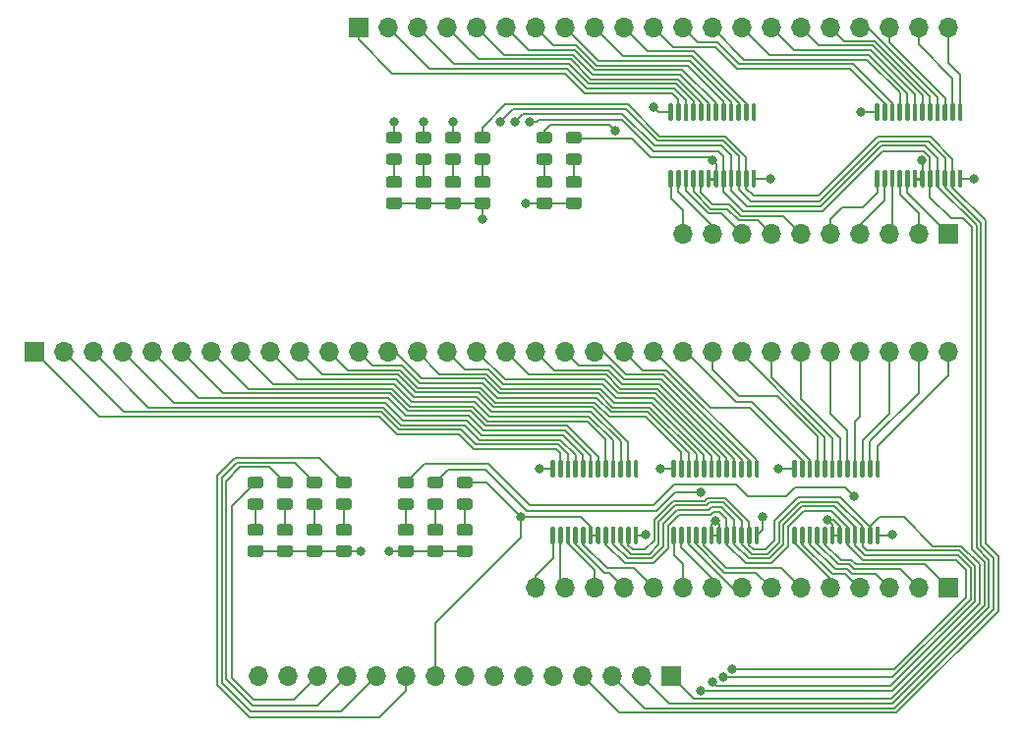
<source format=gbr>
%TF.GenerationSoftware,KiCad,Pcbnew,(5.1.10-1-10_14)*%
%TF.CreationDate,2021-11-23T11:12:12-05:00*%
%TF.ProjectId,control-unit,636f6e74-726f-46c2-9d75-6e69742e6b69,rev?*%
%TF.SameCoordinates,Original*%
%TF.FileFunction,Copper,L1,Top*%
%TF.FilePolarity,Positive*%
%FSLAX46Y46*%
G04 Gerber Fmt 4.6, Leading zero omitted, Abs format (unit mm)*
G04 Created by KiCad (PCBNEW (5.1.10-1-10_14)) date 2021-11-23 11:12:12*
%MOMM*%
%LPD*%
G01*
G04 APERTURE LIST*
%TA.AperFunction,ComponentPad*%
%ADD10O,1.700000X1.700000*%
%TD*%
%TA.AperFunction,ComponentPad*%
%ADD11R,1.700000X1.700000*%
%TD*%
%TA.AperFunction,ViaPad*%
%ADD12C,0.800000*%
%TD*%
%TA.AperFunction,Conductor*%
%ADD13C,0.200000*%
%TD*%
%TA.AperFunction,Conductor*%
%ADD14C,0.250000*%
%TD*%
G04 APERTURE END LIST*
D10*
%TO.P,J1,15*%
%TO.N,VCC*%
X139700000Y-116586000D03*
%TO.P,J1,14*%
%TO.N,GND*%
X142240000Y-116586000D03*
%TO.P,J1,13*%
%TO.N,EEPROM_11*%
X144780000Y-116586000D03*
%TO.P,J1,12*%
%TO.N,EEPROM_10*%
X147320000Y-116586000D03*
%TO.P,J1,11*%
%TO.N,EEPROM_9*%
X149860000Y-116586000D03*
%TO.P,J1,10*%
%TO.N,EEPROM_8*%
X152400000Y-116586000D03*
%TO.P,J1,9*%
%TO.N,~READ_MUX0_EN*%
X154940000Y-116586000D03*
%TO.P,J1,8*%
%TO.N,~READ_MUX1_EN*%
X157480000Y-116586000D03*
%TO.P,J1,7*%
%TO.N,~READ_MUX2_EN*%
X160020000Y-116586000D03*
%TO.P,J1,6*%
%TO.N,~WRITE_MUX0_EN*%
X162560000Y-116586000D03*
%TO.P,J1,5*%
%TO.N,~WRITE_MUX1_EN*%
X165100000Y-116586000D03*
%TO.P,J1,4*%
%TO.N,EEPROM_0*%
X167640000Y-116586000D03*
%TO.P,J1,3*%
%TO.N,EEPROM_1*%
X170180000Y-116586000D03*
%TO.P,J1,2*%
%TO.N,EEPROM_2*%
X172720000Y-116586000D03*
D11*
%TO.P,J1,1*%
%TO.N,EEPROM_3*%
X175260000Y-116586000D03*
%TD*%
D10*
%TO.P,J7,10*%
%TO.N,~LOAD_10*%
X176276000Y-78486000D03*
%TO.P,J7,9*%
%TO.N,~LOAD_11*%
X178816000Y-78486000D03*
%TO.P,J7,8*%
%TO.N,~LOAD_12*%
X181356000Y-78486000D03*
%TO.P,J7,7*%
%TO.N,~LOAD_13*%
X183896000Y-78486000D03*
%TO.P,J7,6*%
%TO.N,~LOAD_14*%
X186436000Y-78486000D03*
%TO.P,J7,5*%
%TO.N,~LOAD_26*%
X188976000Y-78486000D03*
%TO.P,J7,4*%
%TO.N,~LOAD_27*%
X191516000Y-78486000D03*
%TO.P,J7,3*%
%TO.N,~LOAD_28*%
X194056000Y-78486000D03*
%TO.P,J7,2*%
%TO.N,~LOAD_29*%
X196596000Y-78486000D03*
D11*
%TO.P,J7,1*%
%TO.N,~LOAD_30*%
X199136000Y-78486000D03*
%TD*%
D10*
%TO.P,J4,32*%
%TO.N,~READ_31*%
X199136000Y-88646000D03*
%TO.P,J4,31*%
%TO.N,~READ_32*%
X196596000Y-88646000D03*
%TO.P,J4,30*%
%TO.N,~READ_33*%
X194056000Y-88646000D03*
%TO.P,J4,29*%
%TO.N,~READ_34*%
X191516000Y-88646000D03*
%TO.P,J4,28*%
%TO.N,~READ_35*%
X188976000Y-88646000D03*
%TO.P,J4,27*%
%TO.N,~READ_36*%
X186436000Y-88646000D03*
%TO.P,J4,26*%
%TO.N,~READ_37*%
X183896000Y-88646000D03*
%TO.P,J4,25*%
%TO.N,~READ_38*%
X181356000Y-88646000D03*
%TO.P,J4,24*%
%TO.N,~READ_39*%
X178816000Y-88646000D03*
%TO.P,J4,23*%
%TO.N,~READ_40*%
X176276000Y-88646000D03*
%TO.P,J4,22*%
%TO.N,~READ_41*%
X173736000Y-88646000D03*
%TO.P,J4,21*%
%TO.N,~READ_15*%
X171196000Y-88646000D03*
%TO.P,J4,20*%
%TO.N,~READ_16*%
X168656000Y-88646000D03*
%TO.P,J4,19*%
%TO.N,~READ_17*%
X166116000Y-88646000D03*
%TO.P,J4,18*%
%TO.N,~READ_18*%
X163576000Y-88646000D03*
%TO.P,J4,17*%
%TO.N,~READ_19*%
X161036000Y-88646000D03*
%TO.P,J4,16*%
%TO.N,~READ_20*%
X158496000Y-88646000D03*
%TO.P,J4,15*%
%TO.N,~READ_21*%
X155956000Y-88646000D03*
%TO.P,J4,14*%
%TO.N,~READ_22*%
X153416000Y-88646000D03*
%TO.P,J4,13*%
%TO.N,~READ_23*%
X150876000Y-88646000D03*
%TO.P,J4,12*%
%TO.N,~READ_24*%
X148336000Y-88646000D03*
%TO.P,J4,11*%
%TO.N,~READ_25*%
X145796000Y-88646000D03*
%TO.P,J4,10*%
%TO.N,~READ_0*%
X143256000Y-88646000D03*
%TO.P,J4,9*%
%TO.N,~READ_1*%
X140716000Y-88646000D03*
%TO.P,J4,8*%
%TO.N,~READ_2*%
X138176000Y-88646000D03*
%TO.P,J4,7*%
%TO.N,~READ_3*%
X135636000Y-88646000D03*
%TO.P,J4,6*%
%TO.N,~READ_4*%
X133096000Y-88646000D03*
%TO.P,J4,5*%
%TO.N,~READ_5*%
X130556000Y-88646000D03*
%TO.P,J4,4*%
%TO.N,~READ_6*%
X128016000Y-88646000D03*
%TO.P,J4,3*%
%TO.N,~READ_7*%
X125476000Y-88646000D03*
%TO.P,J4,2*%
%TO.N,~READ_8*%
X122936000Y-88646000D03*
D11*
%TO.P,J4,1*%
%TO.N,~READ_9*%
X120396000Y-88646000D03*
%TD*%
%TO.P,R13,2*%
%TO.N,GND*%
%TA.AperFunction,SMDPad,CuDef*%
G36*
G01*
X146615999Y-105302000D02*
X147516001Y-105302000D01*
G75*
G02*
X147766000Y-105551999I0J-249999D01*
G01*
X147766000Y-106077001D01*
G75*
G02*
X147516001Y-106327000I-249999J0D01*
G01*
X146615999Y-106327000D01*
G75*
G02*
X146366000Y-106077001I0J249999D01*
G01*
X146366000Y-105551999D01*
G75*
G02*
X146615999Y-105302000I249999J0D01*
G01*
G37*
%TD.AperFunction*%
%TO.P,R13,1*%
%TO.N,Net-(D13-Pad1)*%
%TA.AperFunction,SMDPad,CuDef*%
G36*
G01*
X146615999Y-103477000D02*
X147516001Y-103477000D01*
G75*
G02*
X147766000Y-103726999I0J-249999D01*
G01*
X147766000Y-104252001D01*
G75*
G02*
X147516001Y-104502000I-249999J0D01*
G01*
X146615999Y-104502000D01*
G75*
G02*
X146366000Y-104252001I0J249999D01*
G01*
X146366000Y-103726999D01*
G75*
G02*
X146615999Y-103477000I249999J0D01*
G01*
G37*
%TD.AperFunction*%
%TD*%
%TO.P,R12,2*%
%TO.N,VCC*%
%TA.AperFunction,SMDPad,CuDef*%
G36*
G01*
X157029999Y-105302000D02*
X157930001Y-105302000D01*
G75*
G02*
X158180000Y-105551999I0J-249999D01*
G01*
X158180000Y-106077001D01*
G75*
G02*
X157930001Y-106327000I-249999J0D01*
G01*
X157029999Y-106327000D01*
G75*
G02*
X156780000Y-106077001I0J249999D01*
G01*
X156780000Y-105551999D01*
G75*
G02*
X157029999Y-105302000I249999J0D01*
G01*
G37*
%TD.AperFunction*%
%TO.P,R12,1*%
%TO.N,Net-(D12-Pad1)*%
%TA.AperFunction,SMDPad,CuDef*%
G36*
G01*
X157029999Y-103477000D02*
X157930001Y-103477000D01*
G75*
G02*
X158180000Y-103726999I0J-249999D01*
G01*
X158180000Y-104252001D01*
G75*
G02*
X157930001Y-104502000I-249999J0D01*
G01*
X157029999Y-104502000D01*
G75*
G02*
X156780000Y-104252001I0J249999D01*
G01*
X156780000Y-103726999D01*
G75*
G02*
X157029999Y-103477000I249999J0D01*
G01*
G37*
%TD.AperFunction*%
%TD*%
%TO.P,R11,2*%
%TO.N,GND*%
%TA.AperFunction,SMDPad,CuDef*%
G36*
G01*
X144075999Y-105302000D02*
X144976001Y-105302000D01*
G75*
G02*
X145226000Y-105551999I0J-249999D01*
G01*
X145226000Y-106077001D01*
G75*
G02*
X144976001Y-106327000I-249999J0D01*
G01*
X144075999Y-106327000D01*
G75*
G02*
X143826000Y-106077001I0J249999D01*
G01*
X143826000Y-105551999D01*
G75*
G02*
X144075999Y-105302000I249999J0D01*
G01*
G37*
%TD.AperFunction*%
%TO.P,R11,1*%
%TO.N,Net-(D11-Pad1)*%
%TA.AperFunction,SMDPad,CuDef*%
G36*
G01*
X144075999Y-103477000D02*
X144976001Y-103477000D01*
G75*
G02*
X145226000Y-103726999I0J-249999D01*
G01*
X145226000Y-104252001D01*
G75*
G02*
X144976001Y-104502000I-249999J0D01*
G01*
X144075999Y-104502000D01*
G75*
G02*
X143826000Y-104252001I0J249999D01*
G01*
X143826000Y-103726999D01*
G75*
G02*
X144075999Y-103477000I249999J0D01*
G01*
G37*
%TD.AperFunction*%
%TD*%
%TO.P,R10,2*%
%TO.N,VCC*%
%TA.AperFunction,SMDPad,CuDef*%
G36*
G01*
X154489999Y-105302000D02*
X155390001Y-105302000D01*
G75*
G02*
X155640000Y-105551999I0J-249999D01*
G01*
X155640000Y-106077001D01*
G75*
G02*
X155390001Y-106327000I-249999J0D01*
G01*
X154489999Y-106327000D01*
G75*
G02*
X154240000Y-106077001I0J249999D01*
G01*
X154240000Y-105551999D01*
G75*
G02*
X154489999Y-105302000I249999J0D01*
G01*
G37*
%TD.AperFunction*%
%TO.P,R10,1*%
%TO.N,Net-(D10-Pad1)*%
%TA.AperFunction,SMDPad,CuDef*%
G36*
G01*
X154489999Y-103477000D02*
X155390001Y-103477000D01*
G75*
G02*
X155640000Y-103726999I0J-249999D01*
G01*
X155640000Y-104252001D01*
G75*
G02*
X155390001Y-104502000I-249999J0D01*
G01*
X154489999Y-104502000D01*
G75*
G02*
X154240000Y-104252001I0J249999D01*
G01*
X154240000Y-103726999D01*
G75*
G02*
X154489999Y-103477000I249999J0D01*
G01*
G37*
%TD.AperFunction*%
%TD*%
%TO.P,R9,2*%
%TO.N,GND*%
%TA.AperFunction,SMDPad,CuDef*%
G36*
G01*
X141535999Y-105302000D02*
X142436001Y-105302000D01*
G75*
G02*
X142686000Y-105551999I0J-249999D01*
G01*
X142686000Y-106077001D01*
G75*
G02*
X142436001Y-106327000I-249999J0D01*
G01*
X141535999Y-106327000D01*
G75*
G02*
X141286000Y-106077001I0J249999D01*
G01*
X141286000Y-105551999D01*
G75*
G02*
X141535999Y-105302000I249999J0D01*
G01*
G37*
%TD.AperFunction*%
%TO.P,R9,1*%
%TO.N,Net-(D9-Pad1)*%
%TA.AperFunction,SMDPad,CuDef*%
G36*
G01*
X141535999Y-103477000D02*
X142436001Y-103477000D01*
G75*
G02*
X142686000Y-103726999I0J-249999D01*
G01*
X142686000Y-104252001D01*
G75*
G02*
X142436001Y-104502000I-249999J0D01*
G01*
X141535999Y-104502000D01*
G75*
G02*
X141286000Y-104252001I0J249999D01*
G01*
X141286000Y-103726999D01*
G75*
G02*
X141535999Y-103477000I249999J0D01*
G01*
G37*
%TD.AperFunction*%
%TD*%
%TO.P,R8,2*%
%TO.N,VCC*%
%TA.AperFunction,SMDPad,CuDef*%
G36*
G01*
X151949999Y-105302000D02*
X152850001Y-105302000D01*
G75*
G02*
X153100000Y-105551999I0J-249999D01*
G01*
X153100000Y-106077001D01*
G75*
G02*
X152850001Y-106327000I-249999J0D01*
G01*
X151949999Y-106327000D01*
G75*
G02*
X151700000Y-106077001I0J249999D01*
G01*
X151700000Y-105551999D01*
G75*
G02*
X151949999Y-105302000I249999J0D01*
G01*
G37*
%TD.AperFunction*%
%TO.P,R8,1*%
%TO.N,Net-(D8-Pad1)*%
%TA.AperFunction,SMDPad,CuDef*%
G36*
G01*
X151949999Y-103477000D02*
X152850001Y-103477000D01*
G75*
G02*
X153100000Y-103726999I0J-249999D01*
G01*
X153100000Y-104252001D01*
G75*
G02*
X152850001Y-104502000I-249999J0D01*
G01*
X151949999Y-104502000D01*
G75*
G02*
X151700000Y-104252001I0J249999D01*
G01*
X151700000Y-103726999D01*
G75*
G02*
X151949999Y-103477000I249999J0D01*
G01*
G37*
%TD.AperFunction*%
%TD*%
%TO.P,R7,2*%
%TO.N,GND*%
%TA.AperFunction,SMDPad,CuDef*%
G36*
G01*
X138995999Y-105302000D02*
X139896001Y-105302000D01*
G75*
G02*
X140146000Y-105551999I0J-249999D01*
G01*
X140146000Y-106077001D01*
G75*
G02*
X139896001Y-106327000I-249999J0D01*
G01*
X138995999Y-106327000D01*
G75*
G02*
X138746000Y-106077001I0J249999D01*
G01*
X138746000Y-105551999D01*
G75*
G02*
X138995999Y-105302000I249999J0D01*
G01*
G37*
%TD.AperFunction*%
%TO.P,R7,1*%
%TO.N,Net-(D7-Pad1)*%
%TA.AperFunction,SMDPad,CuDef*%
G36*
G01*
X138995999Y-103477000D02*
X139896001Y-103477000D01*
G75*
G02*
X140146000Y-103726999I0J-249999D01*
G01*
X140146000Y-104252001D01*
G75*
G02*
X139896001Y-104502000I-249999J0D01*
G01*
X138995999Y-104502000D01*
G75*
G02*
X138746000Y-104252001I0J249999D01*
G01*
X138746000Y-103726999D01*
G75*
G02*
X138995999Y-103477000I249999J0D01*
G01*
G37*
%TD.AperFunction*%
%TD*%
%TO.P,D13,2*%
%TO.N,EEPROM_8*%
%TA.AperFunction,SMDPad,CuDef*%
G36*
G01*
X147522250Y-100388000D02*
X146609750Y-100388000D01*
G75*
G02*
X146366000Y-100144250I0J243750D01*
G01*
X146366000Y-99656750D01*
G75*
G02*
X146609750Y-99413000I243750J0D01*
G01*
X147522250Y-99413000D01*
G75*
G02*
X147766000Y-99656750I0J-243750D01*
G01*
X147766000Y-100144250D01*
G75*
G02*
X147522250Y-100388000I-243750J0D01*
G01*
G37*
%TD.AperFunction*%
%TO.P,D13,1*%
%TO.N,Net-(D13-Pad1)*%
%TA.AperFunction,SMDPad,CuDef*%
G36*
G01*
X147522250Y-102263000D02*
X146609750Y-102263000D01*
G75*
G02*
X146366000Y-102019250I0J243750D01*
G01*
X146366000Y-101531750D01*
G75*
G02*
X146609750Y-101288000I243750J0D01*
G01*
X147522250Y-101288000D01*
G75*
G02*
X147766000Y-101531750I0J-243750D01*
G01*
X147766000Y-102019250D01*
G75*
G02*
X147522250Y-102263000I-243750J0D01*
G01*
G37*
%TD.AperFunction*%
%TD*%
%TO.P,D12,2*%
%TO.N,~READ_MUX0_EN*%
%TA.AperFunction,SMDPad,CuDef*%
G36*
G01*
X157936250Y-100388000D02*
X157023750Y-100388000D01*
G75*
G02*
X156780000Y-100144250I0J243750D01*
G01*
X156780000Y-99656750D01*
G75*
G02*
X157023750Y-99413000I243750J0D01*
G01*
X157936250Y-99413000D01*
G75*
G02*
X158180000Y-99656750I0J-243750D01*
G01*
X158180000Y-100144250D01*
G75*
G02*
X157936250Y-100388000I-243750J0D01*
G01*
G37*
%TD.AperFunction*%
%TO.P,D12,1*%
%TO.N,Net-(D12-Pad1)*%
%TA.AperFunction,SMDPad,CuDef*%
G36*
G01*
X157936250Y-102263000D02*
X157023750Y-102263000D01*
G75*
G02*
X156780000Y-102019250I0J243750D01*
G01*
X156780000Y-101531750D01*
G75*
G02*
X157023750Y-101288000I243750J0D01*
G01*
X157936250Y-101288000D01*
G75*
G02*
X158180000Y-101531750I0J-243750D01*
G01*
X158180000Y-102019250D01*
G75*
G02*
X157936250Y-102263000I-243750J0D01*
G01*
G37*
%TD.AperFunction*%
%TD*%
%TO.P,D11,2*%
%TO.N,EEPROM_9*%
%TA.AperFunction,SMDPad,CuDef*%
G36*
G01*
X144982250Y-100388000D02*
X144069750Y-100388000D01*
G75*
G02*
X143826000Y-100144250I0J243750D01*
G01*
X143826000Y-99656750D01*
G75*
G02*
X144069750Y-99413000I243750J0D01*
G01*
X144982250Y-99413000D01*
G75*
G02*
X145226000Y-99656750I0J-243750D01*
G01*
X145226000Y-100144250D01*
G75*
G02*
X144982250Y-100388000I-243750J0D01*
G01*
G37*
%TD.AperFunction*%
%TO.P,D11,1*%
%TO.N,Net-(D11-Pad1)*%
%TA.AperFunction,SMDPad,CuDef*%
G36*
G01*
X144982250Y-102263000D02*
X144069750Y-102263000D01*
G75*
G02*
X143826000Y-102019250I0J243750D01*
G01*
X143826000Y-101531750D01*
G75*
G02*
X144069750Y-101288000I243750J0D01*
G01*
X144982250Y-101288000D01*
G75*
G02*
X145226000Y-101531750I0J-243750D01*
G01*
X145226000Y-102019250D01*
G75*
G02*
X144982250Y-102263000I-243750J0D01*
G01*
G37*
%TD.AperFunction*%
%TD*%
%TO.P,D10,2*%
%TO.N,~READ_MUX1_EN*%
%TA.AperFunction,SMDPad,CuDef*%
G36*
G01*
X155396250Y-100388000D02*
X154483750Y-100388000D01*
G75*
G02*
X154240000Y-100144250I0J243750D01*
G01*
X154240000Y-99656750D01*
G75*
G02*
X154483750Y-99413000I243750J0D01*
G01*
X155396250Y-99413000D01*
G75*
G02*
X155640000Y-99656750I0J-243750D01*
G01*
X155640000Y-100144250D01*
G75*
G02*
X155396250Y-100388000I-243750J0D01*
G01*
G37*
%TD.AperFunction*%
%TO.P,D10,1*%
%TO.N,Net-(D10-Pad1)*%
%TA.AperFunction,SMDPad,CuDef*%
G36*
G01*
X155396250Y-102263000D02*
X154483750Y-102263000D01*
G75*
G02*
X154240000Y-102019250I0J243750D01*
G01*
X154240000Y-101531750D01*
G75*
G02*
X154483750Y-101288000I243750J0D01*
G01*
X155396250Y-101288000D01*
G75*
G02*
X155640000Y-101531750I0J-243750D01*
G01*
X155640000Y-102019250D01*
G75*
G02*
X155396250Y-102263000I-243750J0D01*
G01*
G37*
%TD.AperFunction*%
%TD*%
%TO.P,D9,2*%
%TO.N,EEPROM_10*%
%TA.AperFunction,SMDPad,CuDef*%
G36*
G01*
X142442250Y-100388000D02*
X141529750Y-100388000D01*
G75*
G02*
X141286000Y-100144250I0J243750D01*
G01*
X141286000Y-99656750D01*
G75*
G02*
X141529750Y-99413000I243750J0D01*
G01*
X142442250Y-99413000D01*
G75*
G02*
X142686000Y-99656750I0J-243750D01*
G01*
X142686000Y-100144250D01*
G75*
G02*
X142442250Y-100388000I-243750J0D01*
G01*
G37*
%TD.AperFunction*%
%TO.P,D9,1*%
%TO.N,Net-(D9-Pad1)*%
%TA.AperFunction,SMDPad,CuDef*%
G36*
G01*
X142442250Y-102263000D02*
X141529750Y-102263000D01*
G75*
G02*
X141286000Y-102019250I0J243750D01*
G01*
X141286000Y-101531750D01*
G75*
G02*
X141529750Y-101288000I243750J0D01*
G01*
X142442250Y-101288000D01*
G75*
G02*
X142686000Y-101531750I0J-243750D01*
G01*
X142686000Y-102019250D01*
G75*
G02*
X142442250Y-102263000I-243750J0D01*
G01*
G37*
%TD.AperFunction*%
%TD*%
%TO.P,D8,2*%
%TO.N,~READ_MUX2_EN*%
%TA.AperFunction,SMDPad,CuDef*%
G36*
G01*
X152856250Y-100388000D02*
X151943750Y-100388000D01*
G75*
G02*
X151700000Y-100144250I0J243750D01*
G01*
X151700000Y-99656750D01*
G75*
G02*
X151943750Y-99413000I243750J0D01*
G01*
X152856250Y-99413000D01*
G75*
G02*
X153100000Y-99656750I0J-243750D01*
G01*
X153100000Y-100144250D01*
G75*
G02*
X152856250Y-100388000I-243750J0D01*
G01*
G37*
%TD.AperFunction*%
%TO.P,D8,1*%
%TO.N,Net-(D8-Pad1)*%
%TA.AperFunction,SMDPad,CuDef*%
G36*
G01*
X152856250Y-102263000D02*
X151943750Y-102263000D01*
G75*
G02*
X151700000Y-102019250I0J243750D01*
G01*
X151700000Y-101531750D01*
G75*
G02*
X151943750Y-101288000I243750J0D01*
G01*
X152856250Y-101288000D01*
G75*
G02*
X153100000Y-101531750I0J-243750D01*
G01*
X153100000Y-102019250D01*
G75*
G02*
X152856250Y-102263000I-243750J0D01*
G01*
G37*
%TD.AperFunction*%
%TD*%
%TO.P,D7,2*%
%TO.N,EEPROM_11*%
%TA.AperFunction,SMDPad,CuDef*%
G36*
G01*
X139902250Y-100388000D02*
X138989750Y-100388000D01*
G75*
G02*
X138746000Y-100144250I0J243750D01*
G01*
X138746000Y-99656750D01*
G75*
G02*
X138989750Y-99413000I243750J0D01*
G01*
X139902250Y-99413000D01*
G75*
G02*
X140146000Y-99656750I0J-243750D01*
G01*
X140146000Y-100144250D01*
G75*
G02*
X139902250Y-100388000I-243750J0D01*
G01*
G37*
%TD.AperFunction*%
%TO.P,D7,1*%
%TO.N,Net-(D7-Pad1)*%
%TA.AperFunction,SMDPad,CuDef*%
G36*
G01*
X139902250Y-102263000D02*
X138989750Y-102263000D01*
G75*
G02*
X138746000Y-102019250I0J243750D01*
G01*
X138746000Y-101531750D01*
G75*
G02*
X138989750Y-101288000I243750J0D01*
G01*
X139902250Y-101288000D01*
G75*
G02*
X140146000Y-101531750I0J-243750D01*
G01*
X140146000Y-102019250D01*
G75*
G02*
X139902250Y-102263000I-243750J0D01*
G01*
G37*
%TD.AperFunction*%
%TD*%
%TO.P,R6,2*%
%TO.N,GND*%
%TA.AperFunction,SMDPad,CuDef*%
G36*
G01*
X158553999Y-75330000D02*
X159454001Y-75330000D01*
G75*
G02*
X159704000Y-75579999I0J-249999D01*
G01*
X159704000Y-76105001D01*
G75*
G02*
X159454001Y-76355000I-249999J0D01*
G01*
X158553999Y-76355000D01*
G75*
G02*
X158304000Y-76105001I0J249999D01*
G01*
X158304000Y-75579999D01*
G75*
G02*
X158553999Y-75330000I249999J0D01*
G01*
G37*
%TD.AperFunction*%
%TO.P,R6,1*%
%TO.N,Net-(D6-Pad1)*%
%TA.AperFunction,SMDPad,CuDef*%
G36*
G01*
X158553999Y-73505000D02*
X159454001Y-73505000D01*
G75*
G02*
X159704000Y-73754999I0J-249999D01*
G01*
X159704000Y-74280001D01*
G75*
G02*
X159454001Y-74530000I-249999J0D01*
G01*
X158553999Y-74530000D01*
G75*
G02*
X158304000Y-74280001I0J249999D01*
G01*
X158304000Y-73754999D01*
G75*
G02*
X158553999Y-73505000I249999J0D01*
G01*
G37*
%TD.AperFunction*%
%TD*%
%TO.P,R5,2*%
%TO.N,GND*%
%TA.AperFunction,SMDPad,CuDef*%
G36*
G01*
X156013999Y-75330000D02*
X156914001Y-75330000D01*
G75*
G02*
X157164000Y-75579999I0J-249999D01*
G01*
X157164000Y-76105001D01*
G75*
G02*
X156914001Y-76355000I-249999J0D01*
G01*
X156013999Y-76355000D01*
G75*
G02*
X155764000Y-76105001I0J249999D01*
G01*
X155764000Y-75579999D01*
G75*
G02*
X156013999Y-75330000I249999J0D01*
G01*
G37*
%TD.AperFunction*%
%TO.P,R5,1*%
%TO.N,Net-(D5-Pad1)*%
%TA.AperFunction,SMDPad,CuDef*%
G36*
G01*
X156013999Y-73505000D02*
X156914001Y-73505000D01*
G75*
G02*
X157164000Y-73754999I0J-249999D01*
G01*
X157164000Y-74280001D01*
G75*
G02*
X156914001Y-74530000I-249999J0D01*
G01*
X156013999Y-74530000D01*
G75*
G02*
X155764000Y-74280001I0J249999D01*
G01*
X155764000Y-73754999D01*
G75*
G02*
X156013999Y-73505000I249999J0D01*
G01*
G37*
%TD.AperFunction*%
%TD*%
%TO.P,R4,2*%
%TO.N,VCC*%
%TA.AperFunction,SMDPad,CuDef*%
G36*
G01*
X166427999Y-75330000D02*
X167328001Y-75330000D01*
G75*
G02*
X167578000Y-75579999I0J-249999D01*
G01*
X167578000Y-76105001D01*
G75*
G02*
X167328001Y-76355000I-249999J0D01*
G01*
X166427999Y-76355000D01*
G75*
G02*
X166178000Y-76105001I0J249999D01*
G01*
X166178000Y-75579999D01*
G75*
G02*
X166427999Y-75330000I249999J0D01*
G01*
G37*
%TD.AperFunction*%
%TO.P,R4,1*%
%TO.N,Net-(D4-Pad2)*%
%TA.AperFunction,SMDPad,CuDef*%
G36*
G01*
X166427999Y-73505000D02*
X167328001Y-73505000D01*
G75*
G02*
X167578000Y-73754999I0J-249999D01*
G01*
X167578000Y-74280001D01*
G75*
G02*
X167328001Y-74530000I-249999J0D01*
G01*
X166427999Y-74530000D01*
G75*
G02*
X166178000Y-74280001I0J249999D01*
G01*
X166178000Y-73754999D01*
G75*
G02*
X166427999Y-73505000I249999J0D01*
G01*
G37*
%TD.AperFunction*%
%TD*%
%TO.P,R3,2*%
%TO.N,GND*%
%TA.AperFunction,SMDPad,CuDef*%
G36*
G01*
X153473999Y-75330000D02*
X154374001Y-75330000D01*
G75*
G02*
X154624000Y-75579999I0J-249999D01*
G01*
X154624000Y-76105001D01*
G75*
G02*
X154374001Y-76355000I-249999J0D01*
G01*
X153473999Y-76355000D01*
G75*
G02*
X153224000Y-76105001I0J249999D01*
G01*
X153224000Y-75579999D01*
G75*
G02*
X153473999Y-75330000I249999J0D01*
G01*
G37*
%TD.AperFunction*%
%TO.P,R3,1*%
%TO.N,Net-(D3-Pad1)*%
%TA.AperFunction,SMDPad,CuDef*%
G36*
G01*
X153473999Y-73505000D02*
X154374001Y-73505000D01*
G75*
G02*
X154624000Y-73754999I0J-249999D01*
G01*
X154624000Y-74280001D01*
G75*
G02*
X154374001Y-74530000I-249999J0D01*
G01*
X153473999Y-74530000D01*
G75*
G02*
X153224000Y-74280001I0J249999D01*
G01*
X153224000Y-73754999D01*
G75*
G02*
X153473999Y-73505000I249999J0D01*
G01*
G37*
%TD.AperFunction*%
%TD*%
%TO.P,R2,2*%
%TO.N,VCC*%
%TA.AperFunction,SMDPad,CuDef*%
G36*
G01*
X163887999Y-75330000D02*
X164788001Y-75330000D01*
G75*
G02*
X165038000Y-75579999I0J-249999D01*
G01*
X165038000Y-76105001D01*
G75*
G02*
X164788001Y-76355000I-249999J0D01*
G01*
X163887999Y-76355000D01*
G75*
G02*
X163638000Y-76105001I0J249999D01*
G01*
X163638000Y-75579999D01*
G75*
G02*
X163887999Y-75330000I249999J0D01*
G01*
G37*
%TD.AperFunction*%
%TO.P,R2,1*%
%TO.N,Net-(D2-Pad2)*%
%TA.AperFunction,SMDPad,CuDef*%
G36*
G01*
X163887999Y-73505000D02*
X164788001Y-73505000D01*
G75*
G02*
X165038000Y-73754999I0J-249999D01*
G01*
X165038000Y-74280001D01*
G75*
G02*
X164788001Y-74530000I-249999J0D01*
G01*
X163887999Y-74530000D01*
G75*
G02*
X163638000Y-74280001I0J249999D01*
G01*
X163638000Y-73754999D01*
G75*
G02*
X163887999Y-73505000I249999J0D01*
G01*
G37*
%TD.AperFunction*%
%TD*%
%TO.P,R1,2*%
%TO.N,GND*%
%TA.AperFunction,SMDPad,CuDef*%
G36*
G01*
X150933999Y-75330000D02*
X151834001Y-75330000D01*
G75*
G02*
X152084000Y-75579999I0J-249999D01*
G01*
X152084000Y-76105001D01*
G75*
G02*
X151834001Y-76355000I-249999J0D01*
G01*
X150933999Y-76355000D01*
G75*
G02*
X150684000Y-76105001I0J249999D01*
G01*
X150684000Y-75579999D01*
G75*
G02*
X150933999Y-75330000I249999J0D01*
G01*
G37*
%TD.AperFunction*%
%TO.P,R1,1*%
%TO.N,Net-(D1-Pad1)*%
%TA.AperFunction,SMDPad,CuDef*%
G36*
G01*
X150933999Y-73505000D02*
X151834001Y-73505000D01*
G75*
G02*
X152084000Y-73754999I0J-249999D01*
G01*
X152084000Y-74280001D01*
G75*
G02*
X151834001Y-74530000I-249999J0D01*
G01*
X150933999Y-74530000D01*
G75*
G02*
X150684000Y-74280001I0J249999D01*
G01*
X150684000Y-73754999D01*
G75*
G02*
X150933999Y-73505000I249999J0D01*
G01*
G37*
%TD.AperFunction*%
%TD*%
%TO.P,D6,2*%
%TO.N,EEPROM_0*%
%TA.AperFunction,SMDPad,CuDef*%
G36*
G01*
X159460250Y-70670000D02*
X158547750Y-70670000D01*
G75*
G02*
X158304000Y-70426250I0J243750D01*
G01*
X158304000Y-69938750D01*
G75*
G02*
X158547750Y-69695000I243750J0D01*
G01*
X159460250Y-69695000D01*
G75*
G02*
X159704000Y-69938750I0J-243750D01*
G01*
X159704000Y-70426250D01*
G75*
G02*
X159460250Y-70670000I-243750J0D01*
G01*
G37*
%TD.AperFunction*%
%TO.P,D6,1*%
%TO.N,Net-(D6-Pad1)*%
%TA.AperFunction,SMDPad,CuDef*%
G36*
G01*
X159460250Y-72545000D02*
X158547750Y-72545000D01*
G75*
G02*
X158304000Y-72301250I0J243750D01*
G01*
X158304000Y-71813750D01*
G75*
G02*
X158547750Y-71570000I243750J0D01*
G01*
X159460250Y-71570000D01*
G75*
G02*
X159704000Y-71813750I0J-243750D01*
G01*
X159704000Y-72301250D01*
G75*
G02*
X159460250Y-72545000I-243750J0D01*
G01*
G37*
%TD.AperFunction*%
%TD*%
%TO.P,D5,2*%
%TO.N,EEPROM_1*%
%TA.AperFunction,SMDPad,CuDef*%
G36*
G01*
X156920250Y-70670000D02*
X156007750Y-70670000D01*
G75*
G02*
X155764000Y-70426250I0J243750D01*
G01*
X155764000Y-69938750D01*
G75*
G02*
X156007750Y-69695000I243750J0D01*
G01*
X156920250Y-69695000D01*
G75*
G02*
X157164000Y-69938750I0J-243750D01*
G01*
X157164000Y-70426250D01*
G75*
G02*
X156920250Y-70670000I-243750J0D01*
G01*
G37*
%TD.AperFunction*%
%TO.P,D5,1*%
%TO.N,Net-(D5-Pad1)*%
%TA.AperFunction,SMDPad,CuDef*%
G36*
G01*
X156920250Y-72545000D02*
X156007750Y-72545000D01*
G75*
G02*
X155764000Y-72301250I0J243750D01*
G01*
X155764000Y-71813750D01*
G75*
G02*
X156007750Y-71570000I243750J0D01*
G01*
X156920250Y-71570000D01*
G75*
G02*
X157164000Y-71813750I0J-243750D01*
G01*
X157164000Y-72301250D01*
G75*
G02*
X156920250Y-72545000I-243750J0D01*
G01*
G37*
%TD.AperFunction*%
%TD*%
%TO.P,D4,2*%
%TO.N,Net-(D4-Pad2)*%
%TA.AperFunction,SMDPad,CuDef*%
G36*
G01*
X166421750Y-71570000D02*
X167334250Y-71570000D01*
G75*
G02*
X167578000Y-71813750I0J-243750D01*
G01*
X167578000Y-72301250D01*
G75*
G02*
X167334250Y-72545000I-243750J0D01*
G01*
X166421750Y-72545000D01*
G75*
G02*
X166178000Y-72301250I0J243750D01*
G01*
X166178000Y-71813750D01*
G75*
G02*
X166421750Y-71570000I243750J0D01*
G01*
G37*
%TD.AperFunction*%
%TO.P,D4,1*%
%TO.N,~WRITE_MUX0_EN*%
%TA.AperFunction,SMDPad,CuDef*%
G36*
G01*
X166421750Y-69695000D02*
X167334250Y-69695000D01*
G75*
G02*
X167578000Y-69938750I0J-243750D01*
G01*
X167578000Y-70426250D01*
G75*
G02*
X167334250Y-70670000I-243750J0D01*
G01*
X166421750Y-70670000D01*
G75*
G02*
X166178000Y-70426250I0J243750D01*
G01*
X166178000Y-69938750D01*
G75*
G02*
X166421750Y-69695000I243750J0D01*
G01*
G37*
%TD.AperFunction*%
%TD*%
%TO.P,D3,2*%
%TO.N,EEPROM_2*%
%TA.AperFunction,SMDPad,CuDef*%
G36*
G01*
X154380250Y-70670000D02*
X153467750Y-70670000D01*
G75*
G02*
X153224000Y-70426250I0J243750D01*
G01*
X153224000Y-69938750D01*
G75*
G02*
X153467750Y-69695000I243750J0D01*
G01*
X154380250Y-69695000D01*
G75*
G02*
X154624000Y-69938750I0J-243750D01*
G01*
X154624000Y-70426250D01*
G75*
G02*
X154380250Y-70670000I-243750J0D01*
G01*
G37*
%TD.AperFunction*%
%TO.P,D3,1*%
%TO.N,Net-(D3-Pad1)*%
%TA.AperFunction,SMDPad,CuDef*%
G36*
G01*
X154380250Y-72545000D02*
X153467750Y-72545000D01*
G75*
G02*
X153224000Y-72301250I0J243750D01*
G01*
X153224000Y-71813750D01*
G75*
G02*
X153467750Y-71570000I243750J0D01*
G01*
X154380250Y-71570000D01*
G75*
G02*
X154624000Y-71813750I0J-243750D01*
G01*
X154624000Y-72301250D01*
G75*
G02*
X154380250Y-72545000I-243750J0D01*
G01*
G37*
%TD.AperFunction*%
%TD*%
%TO.P,D2,2*%
%TO.N,Net-(D2-Pad2)*%
%TA.AperFunction,SMDPad,CuDef*%
G36*
G01*
X163881750Y-71570000D02*
X164794250Y-71570000D01*
G75*
G02*
X165038000Y-71813750I0J-243750D01*
G01*
X165038000Y-72301250D01*
G75*
G02*
X164794250Y-72545000I-243750J0D01*
G01*
X163881750Y-72545000D01*
G75*
G02*
X163638000Y-72301250I0J243750D01*
G01*
X163638000Y-71813750D01*
G75*
G02*
X163881750Y-71570000I243750J0D01*
G01*
G37*
%TD.AperFunction*%
%TO.P,D2,1*%
%TO.N,~WRITE_MUX1_EN*%
%TA.AperFunction,SMDPad,CuDef*%
G36*
G01*
X163881750Y-69695000D02*
X164794250Y-69695000D01*
G75*
G02*
X165038000Y-69938750I0J-243750D01*
G01*
X165038000Y-70426250D01*
G75*
G02*
X164794250Y-70670000I-243750J0D01*
G01*
X163881750Y-70670000D01*
G75*
G02*
X163638000Y-70426250I0J243750D01*
G01*
X163638000Y-69938750D01*
G75*
G02*
X163881750Y-69695000I243750J0D01*
G01*
G37*
%TD.AperFunction*%
%TD*%
%TO.P,D1,2*%
%TO.N,EEPROM_3*%
%TA.AperFunction,SMDPad,CuDef*%
G36*
G01*
X151840250Y-70670000D02*
X150927750Y-70670000D01*
G75*
G02*
X150684000Y-70426250I0J243750D01*
G01*
X150684000Y-69938750D01*
G75*
G02*
X150927750Y-69695000I243750J0D01*
G01*
X151840250Y-69695000D01*
G75*
G02*
X152084000Y-69938750I0J-243750D01*
G01*
X152084000Y-70426250D01*
G75*
G02*
X151840250Y-70670000I-243750J0D01*
G01*
G37*
%TD.AperFunction*%
%TO.P,D1,1*%
%TO.N,Net-(D1-Pad1)*%
%TA.AperFunction,SMDPad,CuDef*%
G36*
G01*
X151840250Y-72545000D02*
X150927750Y-72545000D01*
G75*
G02*
X150684000Y-72301250I0J243750D01*
G01*
X150684000Y-71813750D01*
G75*
G02*
X150927750Y-71570000I243750J0D01*
G01*
X151840250Y-71570000D01*
G75*
G02*
X152084000Y-71813750I0J-243750D01*
G01*
X152084000Y-72301250D01*
G75*
G02*
X151840250Y-72545000I-243750J0D01*
G01*
G37*
%TD.AperFunction*%
%TD*%
D10*
%TO.P,J11,15*%
%TO.N,~READ_10*%
X163576000Y-108966000D03*
%TO.P,J11,14*%
%TO.N,~READ_11*%
X166116000Y-108966000D03*
%TO.P,J11,13*%
%TO.N,~READ_12*%
X168656000Y-108966000D03*
%TO.P,J11,12*%
%TO.N,~READ_13*%
X171196000Y-108966000D03*
%TO.P,J11,11*%
%TO.N,~READ_14*%
X173736000Y-108966000D03*
%TO.P,J11,10*%
%TO.N,~READ_26*%
X176276000Y-108966000D03*
%TO.P,J11,9*%
%TO.N,~READ_27*%
X178816000Y-108966000D03*
%TO.P,J11,8*%
%TO.N,~READ_28*%
X181356000Y-108966000D03*
%TO.P,J11,7*%
%TO.N,~READ_29*%
X183896000Y-108966000D03*
%TO.P,J11,6*%
%TO.N,~READ_30*%
X186436000Y-108966000D03*
%TO.P,J11,5*%
%TO.N,~READ_42*%
X188976000Y-108966000D03*
%TO.P,J11,4*%
%TO.N,~READ_43*%
X191516000Y-108966000D03*
%TO.P,J11,3*%
%TO.N,~READ_44*%
X194056000Y-108966000D03*
%TO.P,J11,2*%
%TO.N,~READ_45*%
X196596000Y-108966000D03*
D11*
%TO.P,J11,1*%
%TO.N,~READ_46*%
X199136000Y-108966000D03*
%TD*%
D10*
%TO.P,J2,21*%
%TO.N,~LOAD_15*%
X199136000Y-60706000D03*
%TO.P,J2,20*%
%TO.N,~LOAD_16*%
X196596000Y-60706000D03*
%TO.P,J2,19*%
%TO.N,~LOAD_17*%
X194056000Y-60706000D03*
%TO.P,J2,18*%
%TO.N,~LOAD_18*%
X191516000Y-60706000D03*
%TO.P,J2,17*%
%TO.N,~LOAD_19*%
X188976000Y-60706000D03*
%TO.P,J2,16*%
%TO.N,~LOAD_20*%
X186436000Y-60706000D03*
%TO.P,J2,15*%
%TO.N,~LOAD_21*%
X183896000Y-60706000D03*
%TO.P,J2,14*%
%TO.N,~LOAD_22*%
X181356000Y-60706000D03*
%TO.P,J2,13*%
%TO.N,~LOAD_23*%
X178816000Y-60706000D03*
%TO.P,J2,12*%
%TO.N,~LOAD_24*%
X176276000Y-60706000D03*
%TO.P,J2,11*%
%TO.N,~LOAD_25*%
X173736000Y-60706000D03*
%TO.P,J2,10*%
%TO.N,~LOAD_0*%
X171196000Y-60706000D03*
%TO.P,J2,9*%
%TO.N,~LOAD_1*%
X168656000Y-60706000D03*
%TO.P,J2,8*%
%TO.N,~LOAD_2*%
X166116000Y-60706000D03*
%TO.P,J2,7*%
%TO.N,~LOAD_3*%
X163576000Y-60706000D03*
%TO.P,J2,6*%
%TO.N,~LOAD_4*%
X161036000Y-60706000D03*
%TO.P,J2,5*%
%TO.N,~LOAD_5*%
X158496000Y-60706000D03*
%TO.P,J2,4*%
%TO.N,~LOAD_6*%
X155956000Y-60706000D03*
%TO.P,J2,3*%
%TO.N,~LOAD_7*%
X153416000Y-60706000D03*
%TO.P,J2,2*%
%TO.N,~LOAD_8*%
X150876000Y-60706000D03*
D11*
%TO.P,J2,1*%
%TO.N,~LOAD_9*%
X148336000Y-60706000D03*
%TD*%
%TO.P,U5,24*%
%TO.N,VCC*%
%TA.AperFunction,SMDPad,CuDef*%
G36*
G01*
X192959000Y-103725000D02*
X193159000Y-103725000D01*
G75*
G02*
X193259000Y-103825000I0J-100000D01*
G01*
X193259000Y-105100000D01*
G75*
G02*
X193159000Y-105200000I-100000J0D01*
G01*
X192959000Y-105200000D01*
G75*
G02*
X192859000Y-105100000I0J100000D01*
G01*
X192859000Y-103825000D01*
G75*
G02*
X192959000Y-103725000I100000J0D01*
G01*
G37*
%TD.AperFunction*%
%TO.P,U5,23*%
%TO.N,EEPROM_8*%
%TA.AperFunction,SMDPad,CuDef*%
G36*
G01*
X192309000Y-103725000D02*
X192509000Y-103725000D01*
G75*
G02*
X192609000Y-103825000I0J-100000D01*
G01*
X192609000Y-105100000D01*
G75*
G02*
X192509000Y-105200000I-100000J0D01*
G01*
X192309000Y-105200000D01*
G75*
G02*
X192209000Y-105100000I0J100000D01*
G01*
X192209000Y-103825000D01*
G75*
G02*
X192309000Y-103725000I100000J0D01*
G01*
G37*
%TD.AperFunction*%
%TO.P,U5,22*%
%TO.N,EEPROM_9*%
%TA.AperFunction,SMDPad,CuDef*%
G36*
G01*
X191659000Y-103725000D02*
X191859000Y-103725000D01*
G75*
G02*
X191959000Y-103825000I0J-100000D01*
G01*
X191959000Y-105100000D01*
G75*
G02*
X191859000Y-105200000I-100000J0D01*
G01*
X191659000Y-105200000D01*
G75*
G02*
X191559000Y-105100000I0J100000D01*
G01*
X191559000Y-103825000D01*
G75*
G02*
X191659000Y-103725000I100000J0D01*
G01*
G37*
%TD.AperFunction*%
%TO.P,U5,21*%
%TO.N,EEPROM_10*%
%TA.AperFunction,SMDPad,CuDef*%
G36*
G01*
X191009000Y-103725000D02*
X191209000Y-103725000D01*
G75*
G02*
X191309000Y-103825000I0J-100000D01*
G01*
X191309000Y-105100000D01*
G75*
G02*
X191209000Y-105200000I-100000J0D01*
G01*
X191009000Y-105200000D01*
G75*
G02*
X190909000Y-105100000I0J100000D01*
G01*
X190909000Y-103825000D01*
G75*
G02*
X191009000Y-103725000I100000J0D01*
G01*
G37*
%TD.AperFunction*%
%TO.P,U5,20*%
%TO.N,EEPROM_11*%
%TA.AperFunction,SMDPad,CuDef*%
G36*
G01*
X190359000Y-103725000D02*
X190559000Y-103725000D01*
G75*
G02*
X190659000Y-103825000I0J-100000D01*
G01*
X190659000Y-105100000D01*
G75*
G02*
X190559000Y-105200000I-100000J0D01*
G01*
X190359000Y-105200000D01*
G75*
G02*
X190259000Y-105100000I0J100000D01*
G01*
X190259000Y-103825000D01*
G75*
G02*
X190359000Y-103725000I100000J0D01*
G01*
G37*
%TD.AperFunction*%
%TO.P,U5,19*%
%TO.N,~READ_MUX2_EN*%
%TA.AperFunction,SMDPad,CuDef*%
G36*
G01*
X189709000Y-103725000D02*
X189909000Y-103725000D01*
G75*
G02*
X190009000Y-103825000I0J-100000D01*
G01*
X190009000Y-105100000D01*
G75*
G02*
X189909000Y-105200000I-100000J0D01*
G01*
X189709000Y-105200000D01*
G75*
G02*
X189609000Y-105100000I0J100000D01*
G01*
X189609000Y-103825000D01*
G75*
G02*
X189709000Y-103725000I100000J0D01*
G01*
G37*
%TD.AperFunction*%
%TO.P,U5,18*%
%TA.AperFunction,SMDPad,CuDef*%
G36*
G01*
X189059000Y-103725000D02*
X189259000Y-103725000D01*
G75*
G02*
X189359000Y-103825000I0J-100000D01*
G01*
X189359000Y-105100000D01*
G75*
G02*
X189259000Y-105200000I-100000J0D01*
G01*
X189059000Y-105200000D01*
G75*
G02*
X188959000Y-105100000I0J100000D01*
G01*
X188959000Y-103825000D01*
G75*
G02*
X189059000Y-103725000I100000J0D01*
G01*
G37*
%TD.AperFunction*%
%TO.P,U5,17*%
%TO.N,~READ_46*%
%TA.AperFunction,SMDPad,CuDef*%
G36*
G01*
X188409000Y-103725000D02*
X188609000Y-103725000D01*
G75*
G02*
X188709000Y-103825000I0J-100000D01*
G01*
X188709000Y-105100000D01*
G75*
G02*
X188609000Y-105200000I-100000J0D01*
G01*
X188409000Y-105200000D01*
G75*
G02*
X188309000Y-105100000I0J100000D01*
G01*
X188309000Y-103825000D01*
G75*
G02*
X188409000Y-103725000I100000J0D01*
G01*
G37*
%TD.AperFunction*%
%TO.P,U5,16*%
%TO.N,~READ_45*%
%TA.AperFunction,SMDPad,CuDef*%
G36*
G01*
X187759000Y-103725000D02*
X187959000Y-103725000D01*
G75*
G02*
X188059000Y-103825000I0J-100000D01*
G01*
X188059000Y-105100000D01*
G75*
G02*
X187959000Y-105200000I-100000J0D01*
G01*
X187759000Y-105200000D01*
G75*
G02*
X187659000Y-105100000I0J100000D01*
G01*
X187659000Y-103825000D01*
G75*
G02*
X187759000Y-103725000I100000J0D01*
G01*
G37*
%TD.AperFunction*%
%TO.P,U5,15*%
%TO.N,~READ_44*%
%TA.AperFunction,SMDPad,CuDef*%
G36*
G01*
X187109000Y-103725000D02*
X187309000Y-103725000D01*
G75*
G02*
X187409000Y-103825000I0J-100000D01*
G01*
X187409000Y-105100000D01*
G75*
G02*
X187309000Y-105200000I-100000J0D01*
G01*
X187109000Y-105200000D01*
G75*
G02*
X187009000Y-105100000I0J100000D01*
G01*
X187009000Y-103825000D01*
G75*
G02*
X187109000Y-103725000I100000J0D01*
G01*
G37*
%TD.AperFunction*%
%TO.P,U5,14*%
%TO.N,~READ_43*%
%TA.AperFunction,SMDPad,CuDef*%
G36*
G01*
X186459000Y-103725000D02*
X186659000Y-103725000D01*
G75*
G02*
X186759000Y-103825000I0J-100000D01*
G01*
X186759000Y-105100000D01*
G75*
G02*
X186659000Y-105200000I-100000J0D01*
G01*
X186459000Y-105200000D01*
G75*
G02*
X186359000Y-105100000I0J100000D01*
G01*
X186359000Y-103825000D01*
G75*
G02*
X186459000Y-103725000I100000J0D01*
G01*
G37*
%TD.AperFunction*%
%TO.P,U5,13*%
%TO.N,~READ_42*%
%TA.AperFunction,SMDPad,CuDef*%
G36*
G01*
X185809000Y-103725000D02*
X186009000Y-103725000D01*
G75*
G02*
X186109000Y-103825000I0J-100000D01*
G01*
X186109000Y-105100000D01*
G75*
G02*
X186009000Y-105200000I-100000J0D01*
G01*
X185809000Y-105200000D01*
G75*
G02*
X185709000Y-105100000I0J100000D01*
G01*
X185709000Y-103825000D01*
G75*
G02*
X185809000Y-103725000I100000J0D01*
G01*
G37*
%TD.AperFunction*%
%TO.P,U5,12*%
%TO.N,GND*%
%TA.AperFunction,SMDPad,CuDef*%
G36*
G01*
X185809000Y-98000000D02*
X186009000Y-98000000D01*
G75*
G02*
X186109000Y-98100000I0J-100000D01*
G01*
X186109000Y-99375000D01*
G75*
G02*
X186009000Y-99475000I-100000J0D01*
G01*
X185809000Y-99475000D01*
G75*
G02*
X185709000Y-99375000I0J100000D01*
G01*
X185709000Y-98100000D01*
G75*
G02*
X185809000Y-98000000I100000J0D01*
G01*
G37*
%TD.AperFunction*%
%TO.P,U5,11*%
%TO.N,~READ_41*%
%TA.AperFunction,SMDPad,CuDef*%
G36*
G01*
X186459000Y-98000000D02*
X186659000Y-98000000D01*
G75*
G02*
X186759000Y-98100000I0J-100000D01*
G01*
X186759000Y-99375000D01*
G75*
G02*
X186659000Y-99475000I-100000J0D01*
G01*
X186459000Y-99475000D01*
G75*
G02*
X186359000Y-99375000I0J100000D01*
G01*
X186359000Y-98100000D01*
G75*
G02*
X186459000Y-98000000I100000J0D01*
G01*
G37*
%TD.AperFunction*%
%TO.P,U5,10*%
%TO.N,~READ_40*%
%TA.AperFunction,SMDPad,CuDef*%
G36*
G01*
X187109000Y-98000000D02*
X187309000Y-98000000D01*
G75*
G02*
X187409000Y-98100000I0J-100000D01*
G01*
X187409000Y-99375000D01*
G75*
G02*
X187309000Y-99475000I-100000J0D01*
G01*
X187109000Y-99475000D01*
G75*
G02*
X187009000Y-99375000I0J100000D01*
G01*
X187009000Y-98100000D01*
G75*
G02*
X187109000Y-98000000I100000J0D01*
G01*
G37*
%TD.AperFunction*%
%TO.P,U5,9*%
%TO.N,~READ_39*%
%TA.AperFunction,SMDPad,CuDef*%
G36*
G01*
X187759000Y-98000000D02*
X187959000Y-98000000D01*
G75*
G02*
X188059000Y-98100000I0J-100000D01*
G01*
X188059000Y-99375000D01*
G75*
G02*
X187959000Y-99475000I-100000J0D01*
G01*
X187759000Y-99475000D01*
G75*
G02*
X187659000Y-99375000I0J100000D01*
G01*
X187659000Y-98100000D01*
G75*
G02*
X187759000Y-98000000I100000J0D01*
G01*
G37*
%TD.AperFunction*%
%TO.P,U5,8*%
%TO.N,~READ_38*%
%TA.AperFunction,SMDPad,CuDef*%
G36*
G01*
X188409000Y-98000000D02*
X188609000Y-98000000D01*
G75*
G02*
X188709000Y-98100000I0J-100000D01*
G01*
X188709000Y-99375000D01*
G75*
G02*
X188609000Y-99475000I-100000J0D01*
G01*
X188409000Y-99475000D01*
G75*
G02*
X188309000Y-99375000I0J100000D01*
G01*
X188309000Y-98100000D01*
G75*
G02*
X188409000Y-98000000I100000J0D01*
G01*
G37*
%TD.AperFunction*%
%TO.P,U5,7*%
%TO.N,~READ_37*%
%TA.AperFunction,SMDPad,CuDef*%
G36*
G01*
X189059000Y-98000000D02*
X189259000Y-98000000D01*
G75*
G02*
X189359000Y-98100000I0J-100000D01*
G01*
X189359000Y-99375000D01*
G75*
G02*
X189259000Y-99475000I-100000J0D01*
G01*
X189059000Y-99475000D01*
G75*
G02*
X188959000Y-99375000I0J100000D01*
G01*
X188959000Y-98100000D01*
G75*
G02*
X189059000Y-98000000I100000J0D01*
G01*
G37*
%TD.AperFunction*%
%TO.P,U5,6*%
%TO.N,~READ_36*%
%TA.AperFunction,SMDPad,CuDef*%
G36*
G01*
X189709000Y-98000000D02*
X189909000Y-98000000D01*
G75*
G02*
X190009000Y-98100000I0J-100000D01*
G01*
X190009000Y-99375000D01*
G75*
G02*
X189909000Y-99475000I-100000J0D01*
G01*
X189709000Y-99475000D01*
G75*
G02*
X189609000Y-99375000I0J100000D01*
G01*
X189609000Y-98100000D01*
G75*
G02*
X189709000Y-98000000I100000J0D01*
G01*
G37*
%TD.AperFunction*%
%TO.P,U5,5*%
%TO.N,~READ_35*%
%TA.AperFunction,SMDPad,CuDef*%
G36*
G01*
X190359000Y-98000000D02*
X190559000Y-98000000D01*
G75*
G02*
X190659000Y-98100000I0J-100000D01*
G01*
X190659000Y-99375000D01*
G75*
G02*
X190559000Y-99475000I-100000J0D01*
G01*
X190359000Y-99475000D01*
G75*
G02*
X190259000Y-99375000I0J100000D01*
G01*
X190259000Y-98100000D01*
G75*
G02*
X190359000Y-98000000I100000J0D01*
G01*
G37*
%TD.AperFunction*%
%TO.P,U5,4*%
%TO.N,~READ_34*%
%TA.AperFunction,SMDPad,CuDef*%
G36*
G01*
X191009000Y-98000000D02*
X191209000Y-98000000D01*
G75*
G02*
X191309000Y-98100000I0J-100000D01*
G01*
X191309000Y-99375000D01*
G75*
G02*
X191209000Y-99475000I-100000J0D01*
G01*
X191009000Y-99475000D01*
G75*
G02*
X190909000Y-99375000I0J100000D01*
G01*
X190909000Y-98100000D01*
G75*
G02*
X191009000Y-98000000I100000J0D01*
G01*
G37*
%TD.AperFunction*%
%TO.P,U5,3*%
%TO.N,~READ_33*%
%TA.AperFunction,SMDPad,CuDef*%
G36*
G01*
X191659000Y-98000000D02*
X191859000Y-98000000D01*
G75*
G02*
X191959000Y-98100000I0J-100000D01*
G01*
X191959000Y-99375000D01*
G75*
G02*
X191859000Y-99475000I-100000J0D01*
G01*
X191659000Y-99475000D01*
G75*
G02*
X191559000Y-99375000I0J100000D01*
G01*
X191559000Y-98100000D01*
G75*
G02*
X191659000Y-98000000I100000J0D01*
G01*
G37*
%TD.AperFunction*%
%TO.P,U5,2*%
%TO.N,~READ_32*%
%TA.AperFunction,SMDPad,CuDef*%
G36*
G01*
X192309000Y-98000000D02*
X192509000Y-98000000D01*
G75*
G02*
X192609000Y-98100000I0J-100000D01*
G01*
X192609000Y-99375000D01*
G75*
G02*
X192509000Y-99475000I-100000J0D01*
G01*
X192309000Y-99475000D01*
G75*
G02*
X192209000Y-99375000I0J100000D01*
G01*
X192209000Y-98100000D01*
G75*
G02*
X192309000Y-98000000I100000J0D01*
G01*
G37*
%TD.AperFunction*%
%TO.P,U5,1*%
%TO.N,~READ_31*%
%TA.AperFunction,SMDPad,CuDef*%
G36*
G01*
X192959000Y-98000000D02*
X193159000Y-98000000D01*
G75*
G02*
X193259000Y-98100000I0J-100000D01*
G01*
X193259000Y-99375000D01*
G75*
G02*
X193159000Y-99475000I-100000J0D01*
G01*
X192959000Y-99475000D01*
G75*
G02*
X192859000Y-99375000I0J100000D01*
G01*
X192859000Y-98100000D01*
G75*
G02*
X192959000Y-98000000I100000J0D01*
G01*
G37*
%TD.AperFunction*%
%TD*%
%TO.P,U4,24*%
%TO.N,VCC*%
%TA.AperFunction,SMDPad,CuDef*%
G36*
G01*
X182545000Y-103725000D02*
X182745000Y-103725000D01*
G75*
G02*
X182845000Y-103825000I0J-100000D01*
G01*
X182845000Y-105100000D01*
G75*
G02*
X182745000Y-105200000I-100000J0D01*
G01*
X182545000Y-105200000D01*
G75*
G02*
X182445000Y-105100000I0J100000D01*
G01*
X182445000Y-103825000D01*
G75*
G02*
X182545000Y-103725000I100000J0D01*
G01*
G37*
%TD.AperFunction*%
%TO.P,U4,23*%
%TO.N,EEPROM_8*%
%TA.AperFunction,SMDPad,CuDef*%
G36*
G01*
X181895000Y-103725000D02*
X182095000Y-103725000D01*
G75*
G02*
X182195000Y-103825000I0J-100000D01*
G01*
X182195000Y-105100000D01*
G75*
G02*
X182095000Y-105200000I-100000J0D01*
G01*
X181895000Y-105200000D01*
G75*
G02*
X181795000Y-105100000I0J100000D01*
G01*
X181795000Y-103825000D01*
G75*
G02*
X181895000Y-103725000I100000J0D01*
G01*
G37*
%TD.AperFunction*%
%TO.P,U4,22*%
%TO.N,EEPROM_9*%
%TA.AperFunction,SMDPad,CuDef*%
G36*
G01*
X181245000Y-103725000D02*
X181445000Y-103725000D01*
G75*
G02*
X181545000Y-103825000I0J-100000D01*
G01*
X181545000Y-105100000D01*
G75*
G02*
X181445000Y-105200000I-100000J0D01*
G01*
X181245000Y-105200000D01*
G75*
G02*
X181145000Y-105100000I0J100000D01*
G01*
X181145000Y-103825000D01*
G75*
G02*
X181245000Y-103725000I100000J0D01*
G01*
G37*
%TD.AperFunction*%
%TO.P,U4,21*%
%TO.N,EEPROM_10*%
%TA.AperFunction,SMDPad,CuDef*%
G36*
G01*
X180595000Y-103725000D02*
X180795000Y-103725000D01*
G75*
G02*
X180895000Y-103825000I0J-100000D01*
G01*
X180895000Y-105100000D01*
G75*
G02*
X180795000Y-105200000I-100000J0D01*
G01*
X180595000Y-105200000D01*
G75*
G02*
X180495000Y-105100000I0J100000D01*
G01*
X180495000Y-103825000D01*
G75*
G02*
X180595000Y-103725000I100000J0D01*
G01*
G37*
%TD.AperFunction*%
%TO.P,U4,20*%
%TO.N,EEPROM_11*%
%TA.AperFunction,SMDPad,CuDef*%
G36*
G01*
X179945000Y-103725000D02*
X180145000Y-103725000D01*
G75*
G02*
X180245000Y-103825000I0J-100000D01*
G01*
X180245000Y-105100000D01*
G75*
G02*
X180145000Y-105200000I-100000J0D01*
G01*
X179945000Y-105200000D01*
G75*
G02*
X179845000Y-105100000I0J100000D01*
G01*
X179845000Y-103825000D01*
G75*
G02*
X179945000Y-103725000I100000J0D01*
G01*
G37*
%TD.AperFunction*%
%TO.P,U4,19*%
%TO.N,~READ_MUX1_EN*%
%TA.AperFunction,SMDPad,CuDef*%
G36*
G01*
X179295000Y-103725000D02*
X179495000Y-103725000D01*
G75*
G02*
X179595000Y-103825000I0J-100000D01*
G01*
X179595000Y-105100000D01*
G75*
G02*
X179495000Y-105200000I-100000J0D01*
G01*
X179295000Y-105200000D01*
G75*
G02*
X179195000Y-105100000I0J100000D01*
G01*
X179195000Y-103825000D01*
G75*
G02*
X179295000Y-103725000I100000J0D01*
G01*
G37*
%TD.AperFunction*%
%TO.P,U4,18*%
%TA.AperFunction,SMDPad,CuDef*%
G36*
G01*
X178645000Y-103725000D02*
X178845000Y-103725000D01*
G75*
G02*
X178945000Y-103825000I0J-100000D01*
G01*
X178945000Y-105100000D01*
G75*
G02*
X178845000Y-105200000I-100000J0D01*
G01*
X178645000Y-105200000D01*
G75*
G02*
X178545000Y-105100000I0J100000D01*
G01*
X178545000Y-103825000D01*
G75*
G02*
X178645000Y-103725000I100000J0D01*
G01*
G37*
%TD.AperFunction*%
%TO.P,U4,17*%
%TO.N,~READ_30*%
%TA.AperFunction,SMDPad,CuDef*%
G36*
G01*
X177995000Y-103725000D02*
X178195000Y-103725000D01*
G75*
G02*
X178295000Y-103825000I0J-100000D01*
G01*
X178295000Y-105100000D01*
G75*
G02*
X178195000Y-105200000I-100000J0D01*
G01*
X177995000Y-105200000D01*
G75*
G02*
X177895000Y-105100000I0J100000D01*
G01*
X177895000Y-103825000D01*
G75*
G02*
X177995000Y-103725000I100000J0D01*
G01*
G37*
%TD.AperFunction*%
%TO.P,U4,16*%
%TO.N,~READ_29*%
%TA.AperFunction,SMDPad,CuDef*%
G36*
G01*
X177345000Y-103725000D02*
X177545000Y-103725000D01*
G75*
G02*
X177645000Y-103825000I0J-100000D01*
G01*
X177645000Y-105100000D01*
G75*
G02*
X177545000Y-105200000I-100000J0D01*
G01*
X177345000Y-105200000D01*
G75*
G02*
X177245000Y-105100000I0J100000D01*
G01*
X177245000Y-103825000D01*
G75*
G02*
X177345000Y-103725000I100000J0D01*
G01*
G37*
%TD.AperFunction*%
%TO.P,U4,15*%
%TO.N,~READ_28*%
%TA.AperFunction,SMDPad,CuDef*%
G36*
G01*
X176695000Y-103725000D02*
X176895000Y-103725000D01*
G75*
G02*
X176995000Y-103825000I0J-100000D01*
G01*
X176995000Y-105100000D01*
G75*
G02*
X176895000Y-105200000I-100000J0D01*
G01*
X176695000Y-105200000D01*
G75*
G02*
X176595000Y-105100000I0J100000D01*
G01*
X176595000Y-103825000D01*
G75*
G02*
X176695000Y-103725000I100000J0D01*
G01*
G37*
%TD.AperFunction*%
%TO.P,U4,14*%
%TO.N,~READ_27*%
%TA.AperFunction,SMDPad,CuDef*%
G36*
G01*
X176045000Y-103725000D02*
X176245000Y-103725000D01*
G75*
G02*
X176345000Y-103825000I0J-100000D01*
G01*
X176345000Y-105100000D01*
G75*
G02*
X176245000Y-105200000I-100000J0D01*
G01*
X176045000Y-105200000D01*
G75*
G02*
X175945000Y-105100000I0J100000D01*
G01*
X175945000Y-103825000D01*
G75*
G02*
X176045000Y-103725000I100000J0D01*
G01*
G37*
%TD.AperFunction*%
%TO.P,U4,13*%
%TO.N,~READ_26*%
%TA.AperFunction,SMDPad,CuDef*%
G36*
G01*
X175395000Y-103725000D02*
X175595000Y-103725000D01*
G75*
G02*
X175695000Y-103825000I0J-100000D01*
G01*
X175695000Y-105100000D01*
G75*
G02*
X175595000Y-105200000I-100000J0D01*
G01*
X175395000Y-105200000D01*
G75*
G02*
X175295000Y-105100000I0J100000D01*
G01*
X175295000Y-103825000D01*
G75*
G02*
X175395000Y-103725000I100000J0D01*
G01*
G37*
%TD.AperFunction*%
%TO.P,U4,12*%
%TO.N,GND*%
%TA.AperFunction,SMDPad,CuDef*%
G36*
G01*
X175395000Y-98000000D02*
X175595000Y-98000000D01*
G75*
G02*
X175695000Y-98100000I0J-100000D01*
G01*
X175695000Y-99375000D01*
G75*
G02*
X175595000Y-99475000I-100000J0D01*
G01*
X175395000Y-99475000D01*
G75*
G02*
X175295000Y-99375000I0J100000D01*
G01*
X175295000Y-98100000D01*
G75*
G02*
X175395000Y-98000000I100000J0D01*
G01*
G37*
%TD.AperFunction*%
%TO.P,U4,11*%
%TO.N,~READ_25*%
%TA.AperFunction,SMDPad,CuDef*%
G36*
G01*
X176045000Y-98000000D02*
X176245000Y-98000000D01*
G75*
G02*
X176345000Y-98100000I0J-100000D01*
G01*
X176345000Y-99375000D01*
G75*
G02*
X176245000Y-99475000I-100000J0D01*
G01*
X176045000Y-99475000D01*
G75*
G02*
X175945000Y-99375000I0J100000D01*
G01*
X175945000Y-98100000D01*
G75*
G02*
X176045000Y-98000000I100000J0D01*
G01*
G37*
%TD.AperFunction*%
%TO.P,U4,10*%
%TO.N,~READ_24*%
%TA.AperFunction,SMDPad,CuDef*%
G36*
G01*
X176695000Y-98000000D02*
X176895000Y-98000000D01*
G75*
G02*
X176995000Y-98100000I0J-100000D01*
G01*
X176995000Y-99375000D01*
G75*
G02*
X176895000Y-99475000I-100000J0D01*
G01*
X176695000Y-99475000D01*
G75*
G02*
X176595000Y-99375000I0J100000D01*
G01*
X176595000Y-98100000D01*
G75*
G02*
X176695000Y-98000000I100000J0D01*
G01*
G37*
%TD.AperFunction*%
%TO.P,U4,9*%
%TO.N,~READ_23*%
%TA.AperFunction,SMDPad,CuDef*%
G36*
G01*
X177345000Y-98000000D02*
X177545000Y-98000000D01*
G75*
G02*
X177645000Y-98100000I0J-100000D01*
G01*
X177645000Y-99375000D01*
G75*
G02*
X177545000Y-99475000I-100000J0D01*
G01*
X177345000Y-99475000D01*
G75*
G02*
X177245000Y-99375000I0J100000D01*
G01*
X177245000Y-98100000D01*
G75*
G02*
X177345000Y-98000000I100000J0D01*
G01*
G37*
%TD.AperFunction*%
%TO.P,U4,8*%
%TO.N,~READ_22*%
%TA.AperFunction,SMDPad,CuDef*%
G36*
G01*
X177995000Y-98000000D02*
X178195000Y-98000000D01*
G75*
G02*
X178295000Y-98100000I0J-100000D01*
G01*
X178295000Y-99375000D01*
G75*
G02*
X178195000Y-99475000I-100000J0D01*
G01*
X177995000Y-99475000D01*
G75*
G02*
X177895000Y-99375000I0J100000D01*
G01*
X177895000Y-98100000D01*
G75*
G02*
X177995000Y-98000000I100000J0D01*
G01*
G37*
%TD.AperFunction*%
%TO.P,U4,7*%
%TO.N,~READ_21*%
%TA.AperFunction,SMDPad,CuDef*%
G36*
G01*
X178645000Y-98000000D02*
X178845000Y-98000000D01*
G75*
G02*
X178945000Y-98100000I0J-100000D01*
G01*
X178945000Y-99375000D01*
G75*
G02*
X178845000Y-99475000I-100000J0D01*
G01*
X178645000Y-99475000D01*
G75*
G02*
X178545000Y-99375000I0J100000D01*
G01*
X178545000Y-98100000D01*
G75*
G02*
X178645000Y-98000000I100000J0D01*
G01*
G37*
%TD.AperFunction*%
%TO.P,U4,6*%
%TO.N,~READ_20*%
%TA.AperFunction,SMDPad,CuDef*%
G36*
G01*
X179295000Y-98000000D02*
X179495000Y-98000000D01*
G75*
G02*
X179595000Y-98100000I0J-100000D01*
G01*
X179595000Y-99375000D01*
G75*
G02*
X179495000Y-99475000I-100000J0D01*
G01*
X179295000Y-99475000D01*
G75*
G02*
X179195000Y-99375000I0J100000D01*
G01*
X179195000Y-98100000D01*
G75*
G02*
X179295000Y-98000000I100000J0D01*
G01*
G37*
%TD.AperFunction*%
%TO.P,U4,5*%
%TO.N,~READ_19*%
%TA.AperFunction,SMDPad,CuDef*%
G36*
G01*
X179945000Y-98000000D02*
X180145000Y-98000000D01*
G75*
G02*
X180245000Y-98100000I0J-100000D01*
G01*
X180245000Y-99375000D01*
G75*
G02*
X180145000Y-99475000I-100000J0D01*
G01*
X179945000Y-99475000D01*
G75*
G02*
X179845000Y-99375000I0J100000D01*
G01*
X179845000Y-98100000D01*
G75*
G02*
X179945000Y-98000000I100000J0D01*
G01*
G37*
%TD.AperFunction*%
%TO.P,U4,4*%
%TO.N,~READ_18*%
%TA.AperFunction,SMDPad,CuDef*%
G36*
G01*
X180595000Y-98000000D02*
X180795000Y-98000000D01*
G75*
G02*
X180895000Y-98100000I0J-100000D01*
G01*
X180895000Y-99375000D01*
G75*
G02*
X180795000Y-99475000I-100000J0D01*
G01*
X180595000Y-99475000D01*
G75*
G02*
X180495000Y-99375000I0J100000D01*
G01*
X180495000Y-98100000D01*
G75*
G02*
X180595000Y-98000000I100000J0D01*
G01*
G37*
%TD.AperFunction*%
%TO.P,U4,3*%
%TO.N,~READ_17*%
%TA.AperFunction,SMDPad,CuDef*%
G36*
G01*
X181245000Y-98000000D02*
X181445000Y-98000000D01*
G75*
G02*
X181545000Y-98100000I0J-100000D01*
G01*
X181545000Y-99375000D01*
G75*
G02*
X181445000Y-99475000I-100000J0D01*
G01*
X181245000Y-99475000D01*
G75*
G02*
X181145000Y-99375000I0J100000D01*
G01*
X181145000Y-98100000D01*
G75*
G02*
X181245000Y-98000000I100000J0D01*
G01*
G37*
%TD.AperFunction*%
%TO.P,U4,2*%
%TO.N,~READ_16*%
%TA.AperFunction,SMDPad,CuDef*%
G36*
G01*
X181895000Y-98000000D02*
X182095000Y-98000000D01*
G75*
G02*
X182195000Y-98100000I0J-100000D01*
G01*
X182195000Y-99375000D01*
G75*
G02*
X182095000Y-99475000I-100000J0D01*
G01*
X181895000Y-99475000D01*
G75*
G02*
X181795000Y-99375000I0J100000D01*
G01*
X181795000Y-98100000D01*
G75*
G02*
X181895000Y-98000000I100000J0D01*
G01*
G37*
%TD.AperFunction*%
%TO.P,U4,1*%
%TO.N,~READ_15*%
%TA.AperFunction,SMDPad,CuDef*%
G36*
G01*
X182545000Y-98000000D02*
X182745000Y-98000000D01*
G75*
G02*
X182845000Y-98100000I0J-100000D01*
G01*
X182845000Y-99375000D01*
G75*
G02*
X182745000Y-99475000I-100000J0D01*
G01*
X182545000Y-99475000D01*
G75*
G02*
X182445000Y-99375000I0J100000D01*
G01*
X182445000Y-98100000D01*
G75*
G02*
X182545000Y-98000000I100000J0D01*
G01*
G37*
%TD.AperFunction*%
%TD*%
%TO.P,U3,24*%
%TO.N,VCC*%
%TA.AperFunction,SMDPad,CuDef*%
G36*
G01*
X172131000Y-103725000D02*
X172331000Y-103725000D01*
G75*
G02*
X172431000Y-103825000I0J-100000D01*
G01*
X172431000Y-105100000D01*
G75*
G02*
X172331000Y-105200000I-100000J0D01*
G01*
X172131000Y-105200000D01*
G75*
G02*
X172031000Y-105100000I0J100000D01*
G01*
X172031000Y-103825000D01*
G75*
G02*
X172131000Y-103725000I100000J0D01*
G01*
G37*
%TD.AperFunction*%
%TO.P,U3,23*%
%TO.N,EEPROM_8*%
%TA.AperFunction,SMDPad,CuDef*%
G36*
G01*
X171481000Y-103725000D02*
X171681000Y-103725000D01*
G75*
G02*
X171781000Y-103825000I0J-100000D01*
G01*
X171781000Y-105100000D01*
G75*
G02*
X171681000Y-105200000I-100000J0D01*
G01*
X171481000Y-105200000D01*
G75*
G02*
X171381000Y-105100000I0J100000D01*
G01*
X171381000Y-103825000D01*
G75*
G02*
X171481000Y-103725000I100000J0D01*
G01*
G37*
%TD.AperFunction*%
%TO.P,U3,22*%
%TO.N,EEPROM_9*%
%TA.AperFunction,SMDPad,CuDef*%
G36*
G01*
X170831000Y-103725000D02*
X171031000Y-103725000D01*
G75*
G02*
X171131000Y-103825000I0J-100000D01*
G01*
X171131000Y-105100000D01*
G75*
G02*
X171031000Y-105200000I-100000J0D01*
G01*
X170831000Y-105200000D01*
G75*
G02*
X170731000Y-105100000I0J100000D01*
G01*
X170731000Y-103825000D01*
G75*
G02*
X170831000Y-103725000I100000J0D01*
G01*
G37*
%TD.AperFunction*%
%TO.P,U3,21*%
%TO.N,EEPROM_10*%
%TA.AperFunction,SMDPad,CuDef*%
G36*
G01*
X170181000Y-103725000D02*
X170381000Y-103725000D01*
G75*
G02*
X170481000Y-103825000I0J-100000D01*
G01*
X170481000Y-105100000D01*
G75*
G02*
X170381000Y-105200000I-100000J0D01*
G01*
X170181000Y-105200000D01*
G75*
G02*
X170081000Y-105100000I0J100000D01*
G01*
X170081000Y-103825000D01*
G75*
G02*
X170181000Y-103725000I100000J0D01*
G01*
G37*
%TD.AperFunction*%
%TO.P,U3,20*%
%TO.N,EEPROM_11*%
%TA.AperFunction,SMDPad,CuDef*%
G36*
G01*
X169531000Y-103725000D02*
X169731000Y-103725000D01*
G75*
G02*
X169831000Y-103825000I0J-100000D01*
G01*
X169831000Y-105100000D01*
G75*
G02*
X169731000Y-105200000I-100000J0D01*
G01*
X169531000Y-105200000D01*
G75*
G02*
X169431000Y-105100000I0J100000D01*
G01*
X169431000Y-103825000D01*
G75*
G02*
X169531000Y-103725000I100000J0D01*
G01*
G37*
%TD.AperFunction*%
%TO.P,U3,19*%
%TO.N,~READ_MUX0_EN*%
%TA.AperFunction,SMDPad,CuDef*%
G36*
G01*
X168881000Y-103725000D02*
X169081000Y-103725000D01*
G75*
G02*
X169181000Y-103825000I0J-100000D01*
G01*
X169181000Y-105100000D01*
G75*
G02*
X169081000Y-105200000I-100000J0D01*
G01*
X168881000Y-105200000D01*
G75*
G02*
X168781000Y-105100000I0J100000D01*
G01*
X168781000Y-103825000D01*
G75*
G02*
X168881000Y-103725000I100000J0D01*
G01*
G37*
%TD.AperFunction*%
%TO.P,U3,18*%
%TA.AperFunction,SMDPad,CuDef*%
G36*
G01*
X168231000Y-103725000D02*
X168431000Y-103725000D01*
G75*
G02*
X168531000Y-103825000I0J-100000D01*
G01*
X168531000Y-105100000D01*
G75*
G02*
X168431000Y-105200000I-100000J0D01*
G01*
X168231000Y-105200000D01*
G75*
G02*
X168131000Y-105100000I0J100000D01*
G01*
X168131000Y-103825000D01*
G75*
G02*
X168231000Y-103725000I100000J0D01*
G01*
G37*
%TD.AperFunction*%
%TO.P,U3,17*%
%TO.N,~READ_14*%
%TA.AperFunction,SMDPad,CuDef*%
G36*
G01*
X167581000Y-103725000D02*
X167781000Y-103725000D01*
G75*
G02*
X167881000Y-103825000I0J-100000D01*
G01*
X167881000Y-105100000D01*
G75*
G02*
X167781000Y-105200000I-100000J0D01*
G01*
X167581000Y-105200000D01*
G75*
G02*
X167481000Y-105100000I0J100000D01*
G01*
X167481000Y-103825000D01*
G75*
G02*
X167581000Y-103725000I100000J0D01*
G01*
G37*
%TD.AperFunction*%
%TO.P,U3,16*%
%TO.N,~READ_13*%
%TA.AperFunction,SMDPad,CuDef*%
G36*
G01*
X166931000Y-103725000D02*
X167131000Y-103725000D01*
G75*
G02*
X167231000Y-103825000I0J-100000D01*
G01*
X167231000Y-105100000D01*
G75*
G02*
X167131000Y-105200000I-100000J0D01*
G01*
X166931000Y-105200000D01*
G75*
G02*
X166831000Y-105100000I0J100000D01*
G01*
X166831000Y-103825000D01*
G75*
G02*
X166931000Y-103725000I100000J0D01*
G01*
G37*
%TD.AperFunction*%
%TO.P,U3,15*%
%TO.N,~READ_12*%
%TA.AperFunction,SMDPad,CuDef*%
G36*
G01*
X166281000Y-103725000D02*
X166481000Y-103725000D01*
G75*
G02*
X166581000Y-103825000I0J-100000D01*
G01*
X166581000Y-105100000D01*
G75*
G02*
X166481000Y-105200000I-100000J0D01*
G01*
X166281000Y-105200000D01*
G75*
G02*
X166181000Y-105100000I0J100000D01*
G01*
X166181000Y-103825000D01*
G75*
G02*
X166281000Y-103725000I100000J0D01*
G01*
G37*
%TD.AperFunction*%
%TO.P,U3,14*%
%TO.N,~READ_11*%
%TA.AperFunction,SMDPad,CuDef*%
G36*
G01*
X165631000Y-103725000D02*
X165831000Y-103725000D01*
G75*
G02*
X165931000Y-103825000I0J-100000D01*
G01*
X165931000Y-105100000D01*
G75*
G02*
X165831000Y-105200000I-100000J0D01*
G01*
X165631000Y-105200000D01*
G75*
G02*
X165531000Y-105100000I0J100000D01*
G01*
X165531000Y-103825000D01*
G75*
G02*
X165631000Y-103725000I100000J0D01*
G01*
G37*
%TD.AperFunction*%
%TO.P,U3,13*%
%TO.N,~READ_10*%
%TA.AperFunction,SMDPad,CuDef*%
G36*
G01*
X164981000Y-103725000D02*
X165181000Y-103725000D01*
G75*
G02*
X165281000Y-103825000I0J-100000D01*
G01*
X165281000Y-105100000D01*
G75*
G02*
X165181000Y-105200000I-100000J0D01*
G01*
X164981000Y-105200000D01*
G75*
G02*
X164881000Y-105100000I0J100000D01*
G01*
X164881000Y-103825000D01*
G75*
G02*
X164981000Y-103725000I100000J0D01*
G01*
G37*
%TD.AperFunction*%
%TO.P,U3,12*%
%TO.N,GND*%
%TA.AperFunction,SMDPad,CuDef*%
G36*
G01*
X164981000Y-98000000D02*
X165181000Y-98000000D01*
G75*
G02*
X165281000Y-98100000I0J-100000D01*
G01*
X165281000Y-99375000D01*
G75*
G02*
X165181000Y-99475000I-100000J0D01*
G01*
X164981000Y-99475000D01*
G75*
G02*
X164881000Y-99375000I0J100000D01*
G01*
X164881000Y-98100000D01*
G75*
G02*
X164981000Y-98000000I100000J0D01*
G01*
G37*
%TD.AperFunction*%
%TO.P,U3,11*%
%TO.N,~READ_9*%
%TA.AperFunction,SMDPad,CuDef*%
G36*
G01*
X165631000Y-98000000D02*
X165831000Y-98000000D01*
G75*
G02*
X165931000Y-98100000I0J-100000D01*
G01*
X165931000Y-99375000D01*
G75*
G02*
X165831000Y-99475000I-100000J0D01*
G01*
X165631000Y-99475000D01*
G75*
G02*
X165531000Y-99375000I0J100000D01*
G01*
X165531000Y-98100000D01*
G75*
G02*
X165631000Y-98000000I100000J0D01*
G01*
G37*
%TD.AperFunction*%
%TO.P,U3,10*%
%TO.N,~READ_8*%
%TA.AperFunction,SMDPad,CuDef*%
G36*
G01*
X166281000Y-98000000D02*
X166481000Y-98000000D01*
G75*
G02*
X166581000Y-98100000I0J-100000D01*
G01*
X166581000Y-99375000D01*
G75*
G02*
X166481000Y-99475000I-100000J0D01*
G01*
X166281000Y-99475000D01*
G75*
G02*
X166181000Y-99375000I0J100000D01*
G01*
X166181000Y-98100000D01*
G75*
G02*
X166281000Y-98000000I100000J0D01*
G01*
G37*
%TD.AperFunction*%
%TO.P,U3,9*%
%TO.N,~READ_7*%
%TA.AperFunction,SMDPad,CuDef*%
G36*
G01*
X166931000Y-98000000D02*
X167131000Y-98000000D01*
G75*
G02*
X167231000Y-98100000I0J-100000D01*
G01*
X167231000Y-99375000D01*
G75*
G02*
X167131000Y-99475000I-100000J0D01*
G01*
X166931000Y-99475000D01*
G75*
G02*
X166831000Y-99375000I0J100000D01*
G01*
X166831000Y-98100000D01*
G75*
G02*
X166931000Y-98000000I100000J0D01*
G01*
G37*
%TD.AperFunction*%
%TO.P,U3,8*%
%TO.N,~READ_6*%
%TA.AperFunction,SMDPad,CuDef*%
G36*
G01*
X167581000Y-98000000D02*
X167781000Y-98000000D01*
G75*
G02*
X167881000Y-98100000I0J-100000D01*
G01*
X167881000Y-99375000D01*
G75*
G02*
X167781000Y-99475000I-100000J0D01*
G01*
X167581000Y-99475000D01*
G75*
G02*
X167481000Y-99375000I0J100000D01*
G01*
X167481000Y-98100000D01*
G75*
G02*
X167581000Y-98000000I100000J0D01*
G01*
G37*
%TD.AperFunction*%
%TO.P,U3,7*%
%TO.N,~READ_5*%
%TA.AperFunction,SMDPad,CuDef*%
G36*
G01*
X168231000Y-98000000D02*
X168431000Y-98000000D01*
G75*
G02*
X168531000Y-98100000I0J-100000D01*
G01*
X168531000Y-99375000D01*
G75*
G02*
X168431000Y-99475000I-100000J0D01*
G01*
X168231000Y-99475000D01*
G75*
G02*
X168131000Y-99375000I0J100000D01*
G01*
X168131000Y-98100000D01*
G75*
G02*
X168231000Y-98000000I100000J0D01*
G01*
G37*
%TD.AperFunction*%
%TO.P,U3,6*%
%TO.N,~READ_4*%
%TA.AperFunction,SMDPad,CuDef*%
G36*
G01*
X168881000Y-98000000D02*
X169081000Y-98000000D01*
G75*
G02*
X169181000Y-98100000I0J-100000D01*
G01*
X169181000Y-99375000D01*
G75*
G02*
X169081000Y-99475000I-100000J0D01*
G01*
X168881000Y-99475000D01*
G75*
G02*
X168781000Y-99375000I0J100000D01*
G01*
X168781000Y-98100000D01*
G75*
G02*
X168881000Y-98000000I100000J0D01*
G01*
G37*
%TD.AperFunction*%
%TO.P,U3,5*%
%TO.N,~READ_3*%
%TA.AperFunction,SMDPad,CuDef*%
G36*
G01*
X169531000Y-98000000D02*
X169731000Y-98000000D01*
G75*
G02*
X169831000Y-98100000I0J-100000D01*
G01*
X169831000Y-99375000D01*
G75*
G02*
X169731000Y-99475000I-100000J0D01*
G01*
X169531000Y-99475000D01*
G75*
G02*
X169431000Y-99375000I0J100000D01*
G01*
X169431000Y-98100000D01*
G75*
G02*
X169531000Y-98000000I100000J0D01*
G01*
G37*
%TD.AperFunction*%
%TO.P,U3,4*%
%TO.N,~READ_2*%
%TA.AperFunction,SMDPad,CuDef*%
G36*
G01*
X170181000Y-98000000D02*
X170381000Y-98000000D01*
G75*
G02*
X170481000Y-98100000I0J-100000D01*
G01*
X170481000Y-99375000D01*
G75*
G02*
X170381000Y-99475000I-100000J0D01*
G01*
X170181000Y-99475000D01*
G75*
G02*
X170081000Y-99375000I0J100000D01*
G01*
X170081000Y-98100000D01*
G75*
G02*
X170181000Y-98000000I100000J0D01*
G01*
G37*
%TD.AperFunction*%
%TO.P,U3,3*%
%TO.N,~READ_1*%
%TA.AperFunction,SMDPad,CuDef*%
G36*
G01*
X170831000Y-98000000D02*
X171031000Y-98000000D01*
G75*
G02*
X171131000Y-98100000I0J-100000D01*
G01*
X171131000Y-99375000D01*
G75*
G02*
X171031000Y-99475000I-100000J0D01*
G01*
X170831000Y-99475000D01*
G75*
G02*
X170731000Y-99375000I0J100000D01*
G01*
X170731000Y-98100000D01*
G75*
G02*
X170831000Y-98000000I100000J0D01*
G01*
G37*
%TD.AperFunction*%
%TO.P,U3,2*%
%TO.N,~READ_0*%
%TA.AperFunction,SMDPad,CuDef*%
G36*
G01*
X171481000Y-98000000D02*
X171681000Y-98000000D01*
G75*
G02*
X171781000Y-98100000I0J-100000D01*
G01*
X171781000Y-99375000D01*
G75*
G02*
X171681000Y-99475000I-100000J0D01*
G01*
X171481000Y-99475000D01*
G75*
G02*
X171381000Y-99375000I0J100000D01*
G01*
X171381000Y-98100000D01*
G75*
G02*
X171481000Y-98000000I100000J0D01*
G01*
G37*
%TD.AperFunction*%
%TO.P,U3,1*%
%TO.N,Net-(U3-Pad1)*%
%TA.AperFunction,SMDPad,CuDef*%
G36*
G01*
X172131000Y-98000000D02*
X172331000Y-98000000D01*
G75*
G02*
X172431000Y-98100000I0J-100000D01*
G01*
X172431000Y-99375000D01*
G75*
G02*
X172331000Y-99475000I-100000J0D01*
G01*
X172131000Y-99475000D01*
G75*
G02*
X172031000Y-99375000I0J100000D01*
G01*
X172031000Y-98100000D01*
G75*
G02*
X172131000Y-98000000I100000J0D01*
G01*
G37*
%TD.AperFunction*%
%TD*%
%TO.P,U2,24*%
%TO.N,VCC*%
%TA.AperFunction,SMDPad,CuDef*%
G36*
G01*
X200071000Y-72991000D02*
X200271000Y-72991000D01*
G75*
G02*
X200371000Y-73091000I0J-100000D01*
G01*
X200371000Y-74366000D01*
G75*
G02*
X200271000Y-74466000I-100000J0D01*
G01*
X200071000Y-74466000D01*
G75*
G02*
X199971000Y-74366000I0J100000D01*
G01*
X199971000Y-73091000D01*
G75*
G02*
X200071000Y-72991000I100000J0D01*
G01*
G37*
%TD.AperFunction*%
%TO.P,U2,23*%
%TO.N,EEPROM_0*%
%TA.AperFunction,SMDPad,CuDef*%
G36*
G01*
X199421000Y-72991000D02*
X199621000Y-72991000D01*
G75*
G02*
X199721000Y-73091000I0J-100000D01*
G01*
X199721000Y-74366000D01*
G75*
G02*
X199621000Y-74466000I-100000J0D01*
G01*
X199421000Y-74466000D01*
G75*
G02*
X199321000Y-74366000I0J100000D01*
G01*
X199321000Y-73091000D01*
G75*
G02*
X199421000Y-72991000I100000J0D01*
G01*
G37*
%TD.AperFunction*%
%TO.P,U2,22*%
%TO.N,EEPROM_1*%
%TA.AperFunction,SMDPad,CuDef*%
G36*
G01*
X198771000Y-72991000D02*
X198971000Y-72991000D01*
G75*
G02*
X199071000Y-73091000I0J-100000D01*
G01*
X199071000Y-74366000D01*
G75*
G02*
X198971000Y-74466000I-100000J0D01*
G01*
X198771000Y-74466000D01*
G75*
G02*
X198671000Y-74366000I0J100000D01*
G01*
X198671000Y-73091000D01*
G75*
G02*
X198771000Y-72991000I100000J0D01*
G01*
G37*
%TD.AperFunction*%
%TO.P,U2,21*%
%TO.N,EEPROM_2*%
%TA.AperFunction,SMDPad,CuDef*%
G36*
G01*
X198121000Y-72991000D02*
X198321000Y-72991000D01*
G75*
G02*
X198421000Y-73091000I0J-100000D01*
G01*
X198421000Y-74366000D01*
G75*
G02*
X198321000Y-74466000I-100000J0D01*
G01*
X198121000Y-74466000D01*
G75*
G02*
X198021000Y-74366000I0J100000D01*
G01*
X198021000Y-73091000D01*
G75*
G02*
X198121000Y-72991000I100000J0D01*
G01*
G37*
%TD.AperFunction*%
%TO.P,U2,20*%
%TO.N,EEPROM_3*%
%TA.AperFunction,SMDPad,CuDef*%
G36*
G01*
X197471000Y-72991000D02*
X197671000Y-72991000D01*
G75*
G02*
X197771000Y-73091000I0J-100000D01*
G01*
X197771000Y-74366000D01*
G75*
G02*
X197671000Y-74466000I-100000J0D01*
G01*
X197471000Y-74466000D01*
G75*
G02*
X197371000Y-74366000I0J100000D01*
G01*
X197371000Y-73091000D01*
G75*
G02*
X197471000Y-72991000I100000J0D01*
G01*
G37*
%TD.AperFunction*%
%TO.P,U2,19*%
%TO.N,~WRITE_MUX1_EN*%
%TA.AperFunction,SMDPad,CuDef*%
G36*
G01*
X196821000Y-72991000D02*
X197021000Y-72991000D01*
G75*
G02*
X197121000Y-73091000I0J-100000D01*
G01*
X197121000Y-74366000D01*
G75*
G02*
X197021000Y-74466000I-100000J0D01*
G01*
X196821000Y-74466000D01*
G75*
G02*
X196721000Y-74366000I0J100000D01*
G01*
X196721000Y-73091000D01*
G75*
G02*
X196821000Y-72991000I100000J0D01*
G01*
G37*
%TD.AperFunction*%
%TO.P,U2,18*%
%TA.AperFunction,SMDPad,CuDef*%
G36*
G01*
X196171000Y-72991000D02*
X196371000Y-72991000D01*
G75*
G02*
X196471000Y-73091000I0J-100000D01*
G01*
X196471000Y-74366000D01*
G75*
G02*
X196371000Y-74466000I-100000J0D01*
G01*
X196171000Y-74466000D01*
G75*
G02*
X196071000Y-74366000I0J100000D01*
G01*
X196071000Y-73091000D01*
G75*
G02*
X196171000Y-72991000I100000J0D01*
G01*
G37*
%TD.AperFunction*%
%TO.P,U2,17*%
%TO.N,~LOAD_30*%
%TA.AperFunction,SMDPad,CuDef*%
G36*
G01*
X195521000Y-72991000D02*
X195721000Y-72991000D01*
G75*
G02*
X195821000Y-73091000I0J-100000D01*
G01*
X195821000Y-74366000D01*
G75*
G02*
X195721000Y-74466000I-100000J0D01*
G01*
X195521000Y-74466000D01*
G75*
G02*
X195421000Y-74366000I0J100000D01*
G01*
X195421000Y-73091000D01*
G75*
G02*
X195521000Y-72991000I100000J0D01*
G01*
G37*
%TD.AperFunction*%
%TO.P,U2,16*%
%TO.N,~LOAD_29*%
%TA.AperFunction,SMDPad,CuDef*%
G36*
G01*
X194871000Y-72991000D02*
X195071000Y-72991000D01*
G75*
G02*
X195171000Y-73091000I0J-100000D01*
G01*
X195171000Y-74366000D01*
G75*
G02*
X195071000Y-74466000I-100000J0D01*
G01*
X194871000Y-74466000D01*
G75*
G02*
X194771000Y-74366000I0J100000D01*
G01*
X194771000Y-73091000D01*
G75*
G02*
X194871000Y-72991000I100000J0D01*
G01*
G37*
%TD.AperFunction*%
%TO.P,U2,15*%
%TO.N,~LOAD_28*%
%TA.AperFunction,SMDPad,CuDef*%
G36*
G01*
X194221000Y-72991000D02*
X194421000Y-72991000D01*
G75*
G02*
X194521000Y-73091000I0J-100000D01*
G01*
X194521000Y-74366000D01*
G75*
G02*
X194421000Y-74466000I-100000J0D01*
G01*
X194221000Y-74466000D01*
G75*
G02*
X194121000Y-74366000I0J100000D01*
G01*
X194121000Y-73091000D01*
G75*
G02*
X194221000Y-72991000I100000J0D01*
G01*
G37*
%TD.AperFunction*%
%TO.P,U2,14*%
%TO.N,~LOAD_27*%
%TA.AperFunction,SMDPad,CuDef*%
G36*
G01*
X193571000Y-72991000D02*
X193771000Y-72991000D01*
G75*
G02*
X193871000Y-73091000I0J-100000D01*
G01*
X193871000Y-74366000D01*
G75*
G02*
X193771000Y-74466000I-100000J0D01*
G01*
X193571000Y-74466000D01*
G75*
G02*
X193471000Y-74366000I0J100000D01*
G01*
X193471000Y-73091000D01*
G75*
G02*
X193571000Y-72991000I100000J0D01*
G01*
G37*
%TD.AperFunction*%
%TO.P,U2,13*%
%TO.N,~LOAD_26*%
%TA.AperFunction,SMDPad,CuDef*%
G36*
G01*
X192921000Y-72991000D02*
X193121000Y-72991000D01*
G75*
G02*
X193221000Y-73091000I0J-100000D01*
G01*
X193221000Y-74366000D01*
G75*
G02*
X193121000Y-74466000I-100000J0D01*
G01*
X192921000Y-74466000D01*
G75*
G02*
X192821000Y-74366000I0J100000D01*
G01*
X192821000Y-73091000D01*
G75*
G02*
X192921000Y-72991000I100000J0D01*
G01*
G37*
%TD.AperFunction*%
%TO.P,U2,12*%
%TO.N,GND*%
%TA.AperFunction,SMDPad,CuDef*%
G36*
G01*
X192921000Y-67266000D02*
X193121000Y-67266000D01*
G75*
G02*
X193221000Y-67366000I0J-100000D01*
G01*
X193221000Y-68641000D01*
G75*
G02*
X193121000Y-68741000I-100000J0D01*
G01*
X192921000Y-68741000D01*
G75*
G02*
X192821000Y-68641000I0J100000D01*
G01*
X192821000Y-67366000D01*
G75*
G02*
X192921000Y-67266000I100000J0D01*
G01*
G37*
%TD.AperFunction*%
%TO.P,U2,11*%
%TO.N,~LOAD_25*%
%TA.AperFunction,SMDPad,CuDef*%
G36*
G01*
X193571000Y-67266000D02*
X193771000Y-67266000D01*
G75*
G02*
X193871000Y-67366000I0J-100000D01*
G01*
X193871000Y-68641000D01*
G75*
G02*
X193771000Y-68741000I-100000J0D01*
G01*
X193571000Y-68741000D01*
G75*
G02*
X193471000Y-68641000I0J100000D01*
G01*
X193471000Y-67366000D01*
G75*
G02*
X193571000Y-67266000I100000J0D01*
G01*
G37*
%TD.AperFunction*%
%TO.P,U2,10*%
%TO.N,~LOAD_24*%
%TA.AperFunction,SMDPad,CuDef*%
G36*
G01*
X194221000Y-67266000D02*
X194421000Y-67266000D01*
G75*
G02*
X194521000Y-67366000I0J-100000D01*
G01*
X194521000Y-68641000D01*
G75*
G02*
X194421000Y-68741000I-100000J0D01*
G01*
X194221000Y-68741000D01*
G75*
G02*
X194121000Y-68641000I0J100000D01*
G01*
X194121000Y-67366000D01*
G75*
G02*
X194221000Y-67266000I100000J0D01*
G01*
G37*
%TD.AperFunction*%
%TO.P,U2,9*%
%TO.N,~LOAD_23*%
%TA.AperFunction,SMDPad,CuDef*%
G36*
G01*
X194871000Y-67266000D02*
X195071000Y-67266000D01*
G75*
G02*
X195171000Y-67366000I0J-100000D01*
G01*
X195171000Y-68641000D01*
G75*
G02*
X195071000Y-68741000I-100000J0D01*
G01*
X194871000Y-68741000D01*
G75*
G02*
X194771000Y-68641000I0J100000D01*
G01*
X194771000Y-67366000D01*
G75*
G02*
X194871000Y-67266000I100000J0D01*
G01*
G37*
%TD.AperFunction*%
%TO.P,U2,8*%
%TO.N,~LOAD_22*%
%TA.AperFunction,SMDPad,CuDef*%
G36*
G01*
X195521000Y-67266000D02*
X195721000Y-67266000D01*
G75*
G02*
X195821000Y-67366000I0J-100000D01*
G01*
X195821000Y-68641000D01*
G75*
G02*
X195721000Y-68741000I-100000J0D01*
G01*
X195521000Y-68741000D01*
G75*
G02*
X195421000Y-68641000I0J100000D01*
G01*
X195421000Y-67366000D01*
G75*
G02*
X195521000Y-67266000I100000J0D01*
G01*
G37*
%TD.AperFunction*%
%TO.P,U2,7*%
%TO.N,~LOAD_21*%
%TA.AperFunction,SMDPad,CuDef*%
G36*
G01*
X196171000Y-67266000D02*
X196371000Y-67266000D01*
G75*
G02*
X196471000Y-67366000I0J-100000D01*
G01*
X196471000Y-68641000D01*
G75*
G02*
X196371000Y-68741000I-100000J0D01*
G01*
X196171000Y-68741000D01*
G75*
G02*
X196071000Y-68641000I0J100000D01*
G01*
X196071000Y-67366000D01*
G75*
G02*
X196171000Y-67266000I100000J0D01*
G01*
G37*
%TD.AperFunction*%
%TO.P,U2,6*%
%TO.N,~LOAD_20*%
%TA.AperFunction,SMDPad,CuDef*%
G36*
G01*
X196821000Y-67266000D02*
X197021000Y-67266000D01*
G75*
G02*
X197121000Y-67366000I0J-100000D01*
G01*
X197121000Y-68641000D01*
G75*
G02*
X197021000Y-68741000I-100000J0D01*
G01*
X196821000Y-68741000D01*
G75*
G02*
X196721000Y-68641000I0J100000D01*
G01*
X196721000Y-67366000D01*
G75*
G02*
X196821000Y-67266000I100000J0D01*
G01*
G37*
%TD.AperFunction*%
%TO.P,U2,5*%
%TO.N,~LOAD_19*%
%TA.AperFunction,SMDPad,CuDef*%
G36*
G01*
X197471000Y-67266000D02*
X197671000Y-67266000D01*
G75*
G02*
X197771000Y-67366000I0J-100000D01*
G01*
X197771000Y-68641000D01*
G75*
G02*
X197671000Y-68741000I-100000J0D01*
G01*
X197471000Y-68741000D01*
G75*
G02*
X197371000Y-68641000I0J100000D01*
G01*
X197371000Y-67366000D01*
G75*
G02*
X197471000Y-67266000I100000J0D01*
G01*
G37*
%TD.AperFunction*%
%TO.P,U2,4*%
%TO.N,~LOAD_18*%
%TA.AperFunction,SMDPad,CuDef*%
G36*
G01*
X198121000Y-67266000D02*
X198321000Y-67266000D01*
G75*
G02*
X198421000Y-67366000I0J-100000D01*
G01*
X198421000Y-68641000D01*
G75*
G02*
X198321000Y-68741000I-100000J0D01*
G01*
X198121000Y-68741000D01*
G75*
G02*
X198021000Y-68641000I0J100000D01*
G01*
X198021000Y-67366000D01*
G75*
G02*
X198121000Y-67266000I100000J0D01*
G01*
G37*
%TD.AperFunction*%
%TO.P,U2,3*%
%TO.N,~LOAD_17*%
%TA.AperFunction,SMDPad,CuDef*%
G36*
G01*
X198771000Y-67266000D02*
X198971000Y-67266000D01*
G75*
G02*
X199071000Y-67366000I0J-100000D01*
G01*
X199071000Y-68641000D01*
G75*
G02*
X198971000Y-68741000I-100000J0D01*
G01*
X198771000Y-68741000D01*
G75*
G02*
X198671000Y-68641000I0J100000D01*
G01*
X198671000Y-67366000D01*
G75*
G02*
X198771000Y-67266000I100000J0D01*
G01*
G37*
%TD.AperFunction*%
%TO.P,U2,2*%
%TO.N,~LOAD_16*%
%TA.AperFunction,SMDPad,CuDef*%
G36*
G01*
X199421000Y-67266000D02*
X199621000Y-67266000D01*
G75*
G02*
X199721000Y-67366000I0J-100000D01*
G01*
X199721000Y-68641000D01*
G75*
G02*
X199621000Y-68741000I-100000J0D01*
G01*
X199421000Y-68741000D01*
G75*
G02*
X199321000Y-68641000I0J100000D01*
G01*
X199321000Y-67366000D01*
G75*
G02*
X199421000Y-67266000I100000J0D01*
G01*
G37*
%TD.AperFunction*%
%TO.P,U2,1*%
%TO.N,~LOAD_15*%
%TA.AperFunction,SMDPad,CuDef*%
G36*
G01*
X200071000Y-67266000D02*
X200271000Y-67266000D01*
G75*
G02*
X200371000Y-67366000I0J-100000D01*
G01*
X200371000Y-68641000D01*
G75*
G02*
X200271000Y-68741000I-100000J0D01*
G01*
X200071000Y-68741000D01*
G75*
G02*
X199971000Y-68641000I0J100000D01*
G01*
X199971000Y-67366000D01*
G75*
G02*
X200071000Y-67266000I100000J0D01*
G01*
G37*
%TD.AperFunction*%
%TD*%
%TO.P,U1,24*%
%TO.N,VCC*%
%TA.AperFunction,SMDPad,CuDef*%
G36*
G01*
X182291000Y-72991000D02*
X182491000Y-72991000D01*
G75*
G02*
X182591000Y-73091000I0J-100000D01*
G01*
X182591000Y-74366000D01*
G75*
G02*
X182491000Y-74466000I-100000J0D01*
G01*
X182291000Y-74466000D01*
G75*
G02*
X182191000Y-74366000I0J100000D01*
G01*
X182191000Y-73091000D01*
G75*
G02*
X182291000Y-72991000I100000J0D01*
G01*
G37*
%TD.AperFunction*%
%TO.P,U1,23*%
%TO.N,EEPROM_0*%
%TA.AperFunction,SMDPad,CuDef*%
G36*
G01*
X181641000Y-72991000D02*
X181841000Y-72991000D01*
G75*
G02*
X181941000Y-73091000I0J-100000D01*
G01*
X181941000Y-74366000D01*
G75*
G02*
X181841000Y-74466000I-100000J0D01*
G01*
X181641000Y-74466000D01*
G75*
G02*
X181541000Y-74366000I0J100000D01*
G01*
X181541000Y-73091000D01*
G75*
G02*
X181641000Y-72991000I100000J0D01*
G01*
G37*
%TD.AperFunction*%
%TO.P,U1,22*%
%TO.N,EEPROM_1*%
%TA.AperFunction,SMDPad,CuDef*%
G36*
G01*
X180991000Y-72991000D02*
X181191000Y-72991000D01*
G75*
G02*
X181291000Y-73091000I0J-100000D01*
G01*
X181291000Y-74366000D01*
G75*
G02*
X181191000Y-74466000I-100000J0D01*
G01*
X180991000Y-74466000D01*
G75*
G02*
X180891000Y-74366000I0J100000D01*
G01*
X180891000Y-73091000D01*
G75*
G02*
X180991000Y-72991000I100000J0D01*
G01*
G37*
%TD.AperFunction*%
%TO.P,U1,21*%
%TO.N,EEPROM_2*%
%TA.AperFunction,SMDPad,CuDef*%
G36*
G01*
X180341000Y-72991000D02*
X180541000Y-72991000D01*
G75*
G02*
X180641000Y-73091000I0J-100000D01*
G01*
X180641000Y-74366000D01*
G75*
G02*
X180541000Y-74466000I-100000J0D01*
G01*
X180341000Y-74466000D01*
G75*
G02*
X180241000Y-74366000I0J100000D01*
G01*
X180241000Y-73091000D01*
G75*
G02*
X180341000Y-72991000I100000J0D01*
G01*
G37*
%TD.AperFunction*%
%TO.P,U1,20*%
%TO.N,EEPROM_3*%
%TA.AperFunction,SMDPad,CuDef*%
G36*
G01*
X179691000Y-72991000D02*
X179891000Y-72991000D01*
G75*
G02*
X179991000Y-73091000I0J-100000D01*
G01*
X179991000Y-74366000D01*
G75*
G02*
X179891000Y-74466000I-100000J0D01*
G01*
X179691000Y-74466000D01*
G75*
G02*
X179591000Y-74366000I0J100000D01*
G01*
X179591000Y-73091000D01*
G75*
G02*
X179691000Y-72991000I100000J0D01*
G01*
G37*
%TD.AperFunction*%
%TO.P,U1,19*%
%TO.N,~WRITE_MUX0_EN*%
%TA.AperFunction,SMDPad,CuDef*%
G36*
G01*
X179041000Y-72991000D02*
X179241000Y-72991000D01*
G75*
G02*
X179341000Y-73091000I0J-100000D01*
G01*
X179341000Y-74366000D01*
G75*
G02*
X179241000Y-74466000I-100000J0D01*
G01*
X179041000Y-74466000D01*
G75*
G02*
X178941000Y-74366000I0J100000D01*
G01*
X178941000Y-73091000D01*
G75*
G02*
X179041000Y-72991000I100000J0D01*
G01*
G37*
%TD.AperFunction*%
%TO.P,U1,18*%
%TA.AperFunction,SMDPad,CuDef*%
G36*
G01*
X178391000Y-72991000D02*
X178591000Y-72991000D01*
G75*
G02*
X178691000Y-73091000I0J-100000D01*
G01*
X178691000Y-74366000D01*
G75*
G02*
X178591000Y-74466000I-100000J0D01*
G01*
X178391000Y-74466000D01*
G75*
G02*
X178291000Y-74366000I0J100000D01*
G01*
X178291000Y-73091000D01*
G75*
G02*
X178391000Y-72991000I100000J0D01*
G01*
G37*
%TD.AperFunction*%
%TO.P,U1,17*%
%TO.N,~LOAD_14*%
%TA.AperFunction,SMDPad,CuDef*%
G36*
G01*
X177741000Y-72991000D02*
X177941000Y-72991000D01*
G75*
G02*
X178041000Y-73091000I0J-100000D01*
G01*
X178041000Y-74366000D01*
G75*
G02*
X177941000Y-74466000I-100000J0D01*
G01*
X177741000Y-74466000D01*
G75*
G02*
X177641000Y-74366000I0J100000D01*
G01*
X177641000Y-73091000D01*
G75*
G02*
X177741000Y-72991000I100000J0D01*
G01*
G37*
%TD.AperFunction*%
%TO.P,U1,16*%
%TO.N,~LOAD_13*%
%TA.AperFunction,SMDPad,CuDef*%
G36*
G01*
X177091000Y-72991000D02*
X177291000Y-72991000D01*
G75*
G02*
X177391000Y-73091000I0J-100000D01*
G01*
X177391000Y-74366000D01*
G75*
G02*
X177291000Y-74466000I-100000J0D01*
G01*
X177091000Y-74466000D01*
G75*
G02*
X176991000Y-74366000I0J100000D01*
G01*
X176991000Y-73091000D01*
G75*
G02*
X177091000Y-72991000I100000J0D01*
G01*
G37*
%TD.AperFunction*%
%TO.P,U1,15*%
%TO.N,~LOAD_12*%
%TA.AperFunction,SMDPad,CuDef*%
G36*
G01*
X176441000Y-72991000D02*
X176641000Y-72991000D01*
G75*
G02*
X176741000Y-73091000I0J-100000D01*
G01*
X176741000Y-74366000D01*
G75*
G02*
X176641000Y-74466000I-100000J0D01*
G01*
X176441000Y-74466000D01*
G75*
G02*
X176341000Y-74366000I0J100000D01*
G01*
X176341000Y-73091000D01*
G75*
G02*
X176441000Y-72991000I100000J0D01*
G01*
G37*
%TD.AperFunction*%
%TO.P,U1,14*%
%TO.N,~LOAD_11*%
%TA.AperFunction,SMDPad,CuDef*%
G36*
G01*
X175791000Y-72991000D02*
X175991000Y-72991000D01*
G75*
G02*
X176091000Y-73091000I0J-100000D01*
G01*
X176091000Y-74366000D01*
G75*
G02*
X175991000Y-74466000I-100000J0D01*
G01*
X175791000Y-74466000D01*
G75*
G02*
X175691000Y-74366000I0J100000D01*
G01*
X175691000Y-73091000D01*
G75*
G02*
X175791000Y-72991000I100000J0D01*
G01*
G37*
%TD.AperFunction*%
%TO.P,U1,13*%
%TO.N,~LOAD_10*%
%TA.AperFunction,SMDPad,CuDef*%
G36*
G01*
X175141000Y-72991000D02*
X175341000Y-72991000D01*
G75*
G02*
X175441000Y-73091000I0J-100000D01*
G01*
X175441000Y-74366000D01*
G75*
G02*
X175341000Y-74466000I-100000J0D01*
G01*
X175141000Y-74466000D01*
G75*
G02*
X175041000Y-74366000I0J100000D01*
G01*
X175041000Y-73091000D01*
G75*
G02*
X175141000Y-72991000I100000J0D01*
G01*
G37*
%TD.AperFunction*%
%TO.P,U1,12*%
%TO.N,GND*%
%TA.AperFunction,SMDPad,CuDef*%
G36*
G01*
X175141000Y-67266000D02*
X175341000Y-67266000D01*
G75*
G02*
X175441000Y-67366000I0J-100000D01*
G01*
X175441000Y-68641000D01*
G75*
G02*
X175341000Y-68741000I-100000J0D01*
G01*
X175141000Y-68741000D01*
G75*
G02*
X175041000Y-68641000I0J100000D01*
G01*
X175041000Y-67366000D01*
G75*
G02*
X175141000Y-67266000I100000J0D01*
G01*
G37*
%TD.AperFunction*%
%TO.P,U1,11*%
%TO.N,~LOAD_9*%
%TA.AperFunction,SMDPad,CuDef*%
G36*
G01*
X175791000Y-67266000D02*
X175991000Y-67266000D01*
G75*
G02*
X176091000Y-67366000I0J-100000D01*
G01*
X176091000Y-68641000D01*
G75*
G02*
X175991000Y-68741000I-100000J0D01*
G01*
X175791000Y-68741000D01*
G75*
G02*
X175691000Y-68641000I0J100000D01*
G01*
X175691000Y-67366000D01*
G75*
G02*
X175791000Y-67266000I100000J0D01*
G01*
G37*
%TD.AperFunction*%
%TO.P,U1,10*%
%TO.N,~LOAD_8*%
%TA.AperFunction,SMDPad,CuDef*%
G36*
G01*
X176441000Y-67266000D02*
X176641000Y-67266000D01*
G75*
G02*
X176741000Y-67366000I0J-100000D01*
G01*
X176741000Y-68641000D01*
G75*
G02*
X176641000Y-68741000I-100000J0D01*
G01*
X176441000Y-68741000D01*
G75*
G02*
X176341000Y-68641000I0J100000D01*
G01*
X176341000Y-67366000D01*
G75*
G02*
X176441000Y-67266000I100000J0D01*
G01*
G37*
%TD.AperFunction*%
%TO.P,U1,9*%
%TO.N,~LOAD_7*%
%TA.AperFunction,SMDPad,CuDef*%
G36*
G01*
X177091000Y-67266000D02*
X177291000Y-67266000D01*
G75*
G02*
X177391000Y-67366000I0J-100000D01*
G01*
X177391000Y-68641000D01*
G75*
G02*
X177291000Y-68741000I-100000J0D01*
G01*
X177091000Y-68741000D01*
G75*
G02*
X176991000Y-68641000I0J100000D01*
G01*
X176991000Y-67366000D01*
G75*
G02*
X177091000Y-67266000I100000J0D01*
G01*
G37*
%TD.AperFunction*%
%TO.P,U1,8*%
%TO.N,~LOAD_6*%
%TA.AperFunction,SMDPad,CuDef*%
G36*
G01*
X177741000Y-67266000D02*
X177941000Y-67266000D01*
G75*
G02*
X178041000Y-67366000I0J-100000D01*
G01*
X178041000Y-68641000D01*
G75*
G02*
X177941000Y-68741000I-100000J0D01*
G01*
X177741000Y-68741000D01*
G75*
G02*
X177641000Y-68641000I0J100000D01*
G01*
X177641000Y-67366000D01*
G75*
G02*
X177741000Y-67266000I100000J0D01*
G01*
G37*
%TD.AperFunction*%
%TO.P,U1,7*%
%TO.N,~LOAD_5*%
%TA.AperFunction,SMDPad,CuDef*%
G36*
G01*
X178391000Y-67266000D02*
X178591000Y-67266000D01*
G75*
G02*
X178691000Y-67366000I0J-100000D01*
G01*
X178691000Y-68641000D01*
G75*
G02*
X178591000Y-68741000I-100000J0D01*
G01*
X178391000Y-68741000D01*
G75*
G02*
X178291000Y-68641000I0J100000D01*
G01*
X178291000Y-67366000D01*
G75*
G02*
X178391000Y-67266000I100000J0D01*
G01*
G37*
%TD.AperFunction*%
%TO.P,U1,6*%
%TO.N,~LOAD_4*%
%TA.AperFunction,SMDPad,CuDef*%
G36*
G01*
X179041000Y-67266000D02*
X179241000Y-67266000D01*
G75*
G02*
X179341000Y-67366000I0J-100000D01*
G01*
X179341000Y-68641000D01*
G75*
G02*
X179241000Y-68741000I-100000J0D01*
G01*
X179041000Y-68741000D01*
G75*
G02*
X178941000Y-68641000I0J100000D01*
G01*
X178941000Y-67366000D01*
G75*
G02*
X179041000Y-67266000I100000J0D01*
G01*
G37*
%TD.AperFunction*%
%TO.P,U1,5*%
%TO.N,~LOAD_3*%
%TA.AperFunction,SMDPad,CuDef*%
G36*
G01*
X179691000Y-67266000D02*
X179891000Y-67266000D01*
G75*
G02*
X179991000Y-67366000I0J-100000D01*
G01*
X179991000Y-68641000D01*
G75*
G02*
X179891000Y-68741000I-100000J0D01*
G01*
X179691000Y-68741000D01*
G75*
G02*
X179591000Y-68641000I0J100000D01*
G01*
X179591000Y-67366000D01*
G75*
G02*
X179691000Y-67266000I100000J0D01*
G01*
G37*
%TD.AperFunction*%
%TO.P,U1,4*%
%TO.N,~LOAD_2*%
%TA.AperFunction,SMDPad,CuDef*%
G36*
G01*
X180341000Y-67266000D02*
X180541000Y-67266000D01*
G75*
G02*
X180641000Y-67366000I0J-100000D01*
G01*
X180641000Y-68641000D01*
G75*
G02*
X180541000Y-68741000I-100000J0D01*
G01*
X180341000Y-68741000D01*
G75*
G02*
X180241000Y-68641000I0J100000D01*
G01*
X180241000Y-67366000D01*
G75*
G02*
X180341000Y-67266000I100000J0D01*
G01*
G37*
%TD.AperFunction*%
%TO.P,U1,3*%
%TO.N,~LOAD_1*%
%TA.AperFunction,SMDPad,CuDef*%
G36*
G01*
X180991000Y-67266000D02*
X181191000Y-67266000D01*
G75*
G02*
X181291000Y-67366000I0J-100000D01*
G01*
X181291000Y-68641000D01*
G75*
G02*
X181191000Y-68741000I-100000J0D01*
G01*
X180991000Y-68741000D01*
G75*
G02*
X180891000Y-68641000I0J100000D01*
G01*
X180891000Y-67366000D01*
G75*
G02*
X180991000Y-67266000I100000J0D01*
G01*
G37*
%TD.AperFunction*%
%TO.P,U1,2*%
%TO.N,~LOAD_0*%
%TA.AperFunction,SMDPad,CuDef*%
G36*
G01*
X181641000Y-67266000D02*
X181841000Y-67266000D01*
G75*
G02*
X181941000Y-67366000I0J-100000D01*
G01*
X181941000Y-68641000D01*
G75*
G02*
X181841000Y-68741000I-100000J0D01*
G01*
X181641000Y-68741000D01*
G75*
G02*
X181541000Y-68641000I0J100000D01*
G01*
X181541000Y-67366000D01*
G75*
G02*
X181641000Y-67266000I100000J0D01*
G01*
G37*
%TD.AperFunction*%
%TO.P,U1,1*%
%TO.N,Net-(U1-Pad1)*%
%TA.AperFunction,SMDPad,CuDef*%
G36*
G01*
X182291000Y-67266000D02*
X182491000Y-67266000D01*
G75*
G02*
X182591000Y-67366000I0J-100000D01*
G01*
X182591000Y-68641000D01*
G75*
G02*
X182491000Y-68741000I-100000J0D01*
G01*
X182291000Y-68741000D01*
G75*
G02*
X182191000Y-68641000I0J100000D01*
G01*
X182191000Y-67366000D01*
G75*
G02*
X182291000Y-67266000I100000J0D01*
G01*
G37*
%TD.AperFunction*%
%TD*%
D12*
%TO.N,VCC*%
X162710500Y-75842500D03*
X183827500Y-73728500D03*
X201353500Y-73728500D03*
X173094943Y-104394000D03*
X183134000Y-102870000D03*
X150979500Y-105814500D03*
X194310000Y-104394000D03*
%TO.N,GND*%
X159004000Y-77216000D03*
X173736000Y-67564000D03*
X191584500Y-68003500D03*
X163898500Y-98737500D03*
X174312500Y-98737500D03*
X184472500Y-98737500D03*
X148486500Y-105814500D03*
%TO.N,~READ_MUX2_EN*%
X191008000Y-101092000D03*
X188722000Y-103124000D03*
%TO.N,~READ_MUX1_EN*%
X177800000Y-100776010D03*
X179121847Y-103177155D03*
%TO.N,~READ_MUX0_EN*%
X162306000Y-102870000D03*
%TO.N,~WRITE_MUX1_EN*%
X170434000Y-69596000D03*
X196834168Y-72151832D03*
%TO.N,~WRITE_MUX0_EN*%
X178816000Y-72136000D03*
%TO.N,EEPROM_3*%
X163068000Y-68834000D03*
X151384000Y-68834000D03*
%TO.N,EEPROM_2*%
X153924000Y-68834000D03*
X161798000Y-68834000D03*
%TO.N,EEPROM_1*%
X160528000Y-68834000D03*
X156464000Y-68834000D03*
%TO.N,EEPROM_11*%
X180513030Y-115997030D03*
%TO.N,EEPROM_10*%
X179740169Y-116712009D03*
%TO.N,EEPROM_9*%
X178815990Y-117094000D03*
%TO.N,EEPROM_8*%
X177800000Y-117856000D03*
%TD*%
D13*
%TO.N,VCC*%
X166878000Y-75842500D02*
X164338000Y-75842500D01*
X164338000Y-75842500D02*
X164187500Y-75842500D01*
X164338000Y-75842500D02*
X162710500Y-75842500D01*
X182391000Y-73728500D02*
X183827500Y-73728500D01*
X200171000Y-73728500D02*
X201353500Y-73728500D01*
X152400000Y-105814500D02*
X157480000Y-105814500D01*
X172231000Y-104462500D02*
X172905500Y-104462500D01*
X172905500Y-104462500D02*
X172974000Y-104394000D01*
X172974000Y-104394000D02*
X173094943Y-104394000D01*
X182645000Y-104462500D02*
X183134000Y-103973500D01*
X183134000Y-103973500D02*
X183134000Y-102870000D01*
X152400000Y-105814500D02*
X150979500Y-105814500D01*
X193059000Y-104462500D02*
X194241500Y-104462500D01*
X194241500Y-104462500D02*
X194310000Y-104394000D01*
%TO.N,GND*%
X159004000Y-75842500D02*
X151384000Y-75842500D01*
X159004000Y-77470000D02*
X159004000Y-77216000D01*
X159004000Y-75842500D02*
X159004000Y-77216000D01*
X175241000Y-68003500D02*
X174175500Y-68003500D01*
X174175500Y-68003500D02*
X173736000Y-67564000D01*
X193021000Y-68003500D02*
X191584500Y-68003500D01*
X147066000Y-105814500D02*
X139446000Y-105814500D01*
X165081000Y-98737500D02*
X163898500Y-98737500D01*
X174058500Y-98737500D02*
X174312500Y-98737500D01*
X175495000Y-98737500D02*
X174312500Y-98737500D01*
X185909000Y-98737500D02*
X184472500Y-98737500D01*
X147066000Y-105814500D02*
X148486500Y-105814500D01*
%TO.N,~READ_MUX2_EN*%
X189809000Y-104462500D02*
X189159000Y-104462500D01*
X180848000Y-100076000D02*
X181864000Y-101092000D01*
X175514000Y-100076000D02*
X180848000Y-100076000D01*
X173736000Y-101854000D02*
X175514000Y-100076000D01*
X163068000Y-101854000D02*
X173736000Y-101854000D01*
X159512000Y-98298000D02*
X163068000Y-101854000D01*
X181864000Y-101092000D02*
X183896000Y-101092000D01*
X152400000Y-99900500D02*
X154002500Y-98298000D01*
X154002500Y-98298000D02*
X159512000Y-98298000D01*
X183896000Y-101092000D02*
X185166000Y-101092000D01*
X185166000Y-101092000D02*
X185928000Y-100330000D01*
X190246000Y-100330000D02*
X191008000Y-101092000D01*
X185928000Y-100330000D02*
X190246000Y-100330000D01*
X189159000Y-103561000D02*
X189159000Y-104462500D01*
X188722000Y-103124000D02*
X189159000Y-103561000D01*
X189809000Y-104462500D02*
X189809000Y-103703000D01*
X189230000Y-103124000D02*
X188722000Y-103124000D01*
X189809000Y-103703000D02*
X189230000Y-103124000D01*
%TO.N,~READ_MUX1_EN*%
X179395000Y-104462500D02*
X178745000Y-104462500D01*
X162814000Y-102362000D02*
X174029498Y-102362000D01*
X159258000Y-98806000D02*
X162814000Y-102362000D01*
X175615488Y-100776010D02*
X177800000Y-100776010D01*
X154940000Y-99900500D02*
X156034500Y-98806000D01*
X179395000Y-104462500D02*
X179395000Y-103450308D01*
X178745000Y-104462500D02*
X178745000Y-103554002D01*
X174029498Y-102362000D02*
X175615488Y-100776010D01*
X179395000Y-103450308D02*
X179121847Y-103177155D01*
X178745000Y-103554002D02*
X179121847Y-103177155D01*
X156034500Y-98806000D02*
X159258000Y-98806000D01*
%TO.N,~READ_MUX0_EN*%
X157480000Y-99900500D02*
X159336500Y-99900500D01*
X159336500Y-99900500D02*
X162306000Y-102870000D01*
X168331000Y-103725000D02*
X168331000Y-104462500D01*
X167476000Y-102870000D02*
X168331000Y-103725000D01*
X162306000Y-102870000D02*
X167476000Y-102870000D01*
X168981000Y-104462500D02*
X168331000Y-104462500D01*
X154940000Y-116586000D02*
X154940000Y-112014000D01*
X162306000Y-104648000D02*
X162306000Y-102870000D01*
X154940000Y-112014000D02*
X162306000Y-104648000D01*
D14*
%TO.N,~WRITE_MUX1_EN*%
X196271000Y-73728500D02*
X196921000Y-73728500D01*
D13*
X164338000Y-70182500D02*
X164338000Y-69596000D01*
X164338000Y-69596000D02*
X164846000Y-69088000D01*
X164846000Y-69088000D02*
X169926000Y-69088000D01*
X169926000Y-69088000D02*
X170434000Y-69596000D01*
X196921000Y-73728500D02*
X196921000Y-72238664D01*
X196921000Y-72238664D02*
X196834168Y-72151832D01*
D14*
%TO.N,~WRITE_MUX0_EN*%
X178491000Y-73728500D02*
X179141000Y-73728500D01*
D13*
X179141000Y-72991000D02*
X179141000Y-73728500D01*
X179141000Y-72461000D02*
X179141000Y-72991000D01*
X173482000Y-71882000D02*
X178562000Y-71882000D01*
X166991502Y-70296002D02*
X171896002Y-70296002D01*
X171896002Y-70296002D02*
X173482000Y-71882000D01*
X166878000Y-70182500D02*
X166991502Y-70296002D01*
X178562000Y-71882000D02*
X178816000Y-72136000D01*
X178816000Y-72136000D02*
X179141000Y-72461000D01*
%TO.N,EEPROM_3*%
X151384000Y-68834000D02*
X151384000Y-70182500D01*
X171003998Y-68641998D02*
X163825687Y-68641998D01*
X179791000Y-71841000D02*
X179324000Y-71374000D01*
X163825687Y-68641998D02*
X163633685Y-68834000D01*
X173736000Y-71374000D02*
X171003998Y-68641998D01*
X163633685Y-68834000D02*
X163068000Y-68834000D01*
X179791000Y-73728500D02*
X179791000Y-71841000D01*
X179324000Y-71374000D02*
X173736000Y-71374000D01*
X193467100Y-71374000D02*
X188305123Y-76535977D01*
X197571000Y-71898700D02*
X197046300Y-71374000D01*
X197046300Y-71374000D02*
X193467100Y-71374000D01*
X179791000Y-74889000D02*
X179791000Y-73728500D01*
X188305123Y-76535977D02*
X181437977Y-76535977D01*
X181437977Y-76535977D02*
X179791000Y-74889000D01*
X197571000Y-73728500D02*
X197571000Y-71898700D01*
X200416933Y-77146033D02*
X201168000Y-77897100D01*
X199400933Y-77146033D02*
X200416933Y-77146033D01*
X177230002Y-118556002D02*
X175260000Y-116586000D01*
X202260044Y-110494856D02*
X194198898Y-118556002D01*
X201168000Y-105687200D02*
X202260044Y-106779244D01*
X201168000Y-77897100D02*
X201168000Y-105687200D01*
X197571000Y-73728500D02*
X197571000Y-75316100D01*
X197571000Y-75316100D02*
X199400933Y-77146033D01*
X194198898Y-118556002D02*
X177230002Y-118556002D01*
X202260044Y-106779244D02*
X202260044Y-110494856D01*
%TO.N,EEPROM_2*%
X153924000Y-70182500D02*
X153924000Y-68834000D01*
X180441000Y-71729000D02*
X180441000Y-73728500D01*
X179578000Y-70866000D02*
X180441000Y-71729000D01*
X171061699Y-68133999D02*
X173793700Y-70866000D01*
X173793700Y-70866000D02*
X179578000Y-70866000D01*
X162498001Y-68133999D02*
X171061699Y-68133999D01*
X161798000Y-68834000D02*
X162498001Y-68133999D01*
X197142022Y-70904022D02*
X198221000Y-71983000D01*
X198221000Y-71983000D02*
X198221000Y-73728500D01*
X180441000Y-74777000D02*
X181799966Y-76135966D01*
X180441000Y-73728500D02*
X180441000Y-74777000D01*
X193371378Y-70904022D02*
X197142022Y-70904022D01*
X181799966Y-76135966D02*
X188139434Y-76135966D01*
X188139434Y-76135966D02*
X193371378Y-70904022D01*
X172720000Y-116586000D02*
X175090013Y-118956013D01*
X175090013Y-118956013D02*
X194364587Y-118956013D01*
X202660055Y-110660545D02*
X202660055Y-106613555D01*
X202660055Y-106613555D02*
X201568011Y-105521511D01*
X201568011Y-105521511D02*
X201568011Y-77731411D01*
X201568011Y-77731411D02*
X198221000Y-74384400D01*
X198221000Y-74384400D02*
X198221000Y-73728500D01*
X194364587Y-118956013D02*
X202660055Y-110660545D01*
%TO.N,EEPROM_1*%
X156464000Y-70182500D02*
X156464000Y-68834000D01*
X179743689Y-70465989D02*
X174097989Y-70465989D01*
X181091000Y-73728500D02*
X181091000Y-71813300D01*
X171365988Y-67733988D02*
X161628012Y-67733988D01*
X161628012Y-67733988D02*
X160528000Y-68834000D01*
X181091000Y-71813300D02*
X179743689Y-70465989D01*
X174097989Y-70465989D02*
X171365988Y-67733988D01*
X181091000Y-74665000D02*
X181091000Y-73728500D01*
X198871000Y-73728500D02*
X198871000Y-71928700D01*
X193205689Y-70504011D02*
X188017700Y-75692000D01*
X198871000Y-71928700D02*
X197446311Y-70504011D01*
X188017700Y-75692000D02*
X182118000Y-75692000D01*
X197446311Y-70504011D02*
X193205689Y-70504011D01*
X182118000Y-75692000D02*
X181091000Y-74665000D01*
X201968022Y-105355822D02*
X203060066Y-106447866D01*
X198871000Y-74468700D02*
X201968022Y-77565722D01*
X201968022Y-77565722D02*
X201968022Y-105355822D01*
X171029999Y-117435999D02*
X170180000Y-116586000D01*
X194530276Y-119356024D02*
X172950024Y-119356024D01*
X198871000Y-73728500D02*
X198871000Y-74468700D01*
X203060066Y-106447866D02*
X203060066Y-110826234D01*
X203060066Y-110826234D02*
X194530276Y-119356024D01*
X172950024Y-119356024D02*
X171029999Y-117435999D01*
%TO.N,EEPROM_0*%
X181741000Y-71897600D02*
X181741000Y-73728500D01*
X160992019Y-67333977D02*
X171531677Y-67333977D01*
X159004000Y-70182500D02*
X159004000Y-69321996D01*
X171531677Y-67333977D02*
X174263678Y-70065978D01*
X179909378Y-70065978D02*
X181741000Y-71897600D01*
X159004000Y-69321996D02*
X160992019Y-67333977D01*
X174263678Y-70065978D02*
X179909378Y-70065978D01*
X181741000Y-73728500D02*
X181741000Y-74553000D01*
X181741000Y-74553000D02*
X182372000Y-75184000D01*
X182372000Y-75184000D02*
X187960000Y-75184000D01*
X187960000Y-75184000D02*
X193040000Y-70104000D01*
X193040000Y-70104000D02*
X197612000Y-70104000D01*
X199521000Y-72013000D02*
X199521000Y-73728500D01*
X197612000Y-70104000D02*
X199521000Y-72013000D01*
X203460077Y-106282177D02*
X202368033Y-105190133D01*
X202368033Y-105190133D02*
X202368033Y-77313033D01*
X203460077Y-110991923D02*
X203460077Y-106282177D01*
X167640000Y-116586000D02*
X170810035Y-119756035D01*
X194695965Y-119756035D02*
X203460077Y-110991923D01*
X170810035Y-119756035D02*
X194695965Y-119756035D01*
X199521000Y-74466000D02*
X199521000Y-73728500D01*
X202368033Y-77313033D02*
X199521000Y-74466000D01*
%TO.N,EEPROM_11*%
X189096000Y-102362000D02*
X190459000Y-103725000D01*
X186706298Y-102362000D02*
X189096000Y-102362000D01*
X185350033Y-105399067D02*
X185350033Y-103718265D01*
X183885067Y-106864033D02*
X185350033Y-105399067D01*
X180045000Y-104462500D02*
X180045000Y-105200000D01*
X181709033Y-106864033D02*
X183885067Y-106864033D01*
X190459000Y-103725000D02*
X190459000Y-104462500D01*
X180045000Y-105200000D02*
X181709033Y-106864033D01*
X185350033Y-103718265D02*
X186706298Y-102362000D01*
X169631000Y-104462500D02*
X169631000Y-105230400D01*
X174994990Y-105594110D02*
X174994990Y-103659308D01*
X174994990Y-103659308D02*
X175978253Y-102676045D01*
X178885115Y-102423999D02*
X179385999Y-102423999D01*
X171264633Y-106864033D02*
X173725067Y-106864033D01*
X180045000Y-103083000D02*
X180045000Y-104462500D01*
X179385999Y-102423999D02*
X180045000Y-103083000D01*
X173725067Y-106864033D02*
X174994990Y-105594110D01*
X175978253Y-102676045D02*
X178633069Y-102676045D01*
X169631000Y-105230400D02*
X171264633Y-106864033D01*
X178633069Y-102676045D02*
X178885115Y-102423999D01*
X194495070Y-115997030D02*
X180513030Y-115997030D01*
X200660000Y-107442000D02*
X200660000Y-109832100D01*
X199790012Y-106572012D02*
X200660000Y-107442000D01*
X191800612Y-106572012D02*
X199790012Y-106572012D01*
X190459000Y-105230400D02*
X191800612Y-106572012D01*
X200660000Y-109832100D02*
X194495070Y-115997030D01*
X190459000Y-104462500D02*
X190459000Y-105230400D01*
X142748000Y-118618000D02*
X139249700Y-118618000D01*
X144780000Y-116586000D02*
X142748000Y-118618000D01*
X139249700Y-118618000D02*
X137414000Y-116782300D01*
X137414000Y-116782300D02*
X137414000Y-101932500D01*
X137414000Y-101932500D02*
X139446000Y-99900500D01*
%TO.N,EEPROM_10*%
X183719378Y-106464022D02*
X184950022Y-105233378D01*
X181959022Y-106464022D02*
X183719378Y-106464022D01*
X180695000Y-104462500D02*
X180695000Y-105200000D01*
X184950022Y-105233378D02*
X184950022Y-103552576D01*
X189345989Y-101961989D02*
X191109000Y-103725000D01*
X184950022Y-103552576D02*
X186540609Y-101961989D01*
X180695000Y-105200000D02*
X181959022Y-106464022D01*
X191109000Y-103725000D02*
X191109000Y-104462500D01*
X186540609Y-101961989D02*
X189345989Y-101961989D01*
X171545022Y-106464022D02*
X173559378Y-106464022D01*
X170281000Y-104462500D02*
X170281000Y-105200000D01*
X174594979Y-103493619D02*
X175812564Y-102276034D01*
X170281000Y-105200000D02*
X171545022Y-106464022D01*
X178467380Y-102276034D02*
X178719426Y-102023988D01*
X175812564Y-102276034D02*
X178467380Y-102276034D01*
X174594979Y-105428421D02*
X174594979Y-103493619D01*
X178719426Y-102023988D02*
X179571690Y-102023988D01*
X180695000Y-103147298D02*
X180695000Y-104462500D01*
X179571690Y-102023988D02*
X180695000Y-103147298D01*
X173559378Y-106464022D02*
X174594979Y-105428421D01*
X199955701Y-106172001D02*
X201060011Y-107276311D01*
X194345791Y-116712009D02*
X179740169Y-116712009D01*
X191109000Y-105314700D02*
X191966301Y-106172001D01*
X191109000Y-104462500D02*
X191109000Y-105314700D01*
X191966301Y-106172001D02*
X199955701Y-106172001D01*
X201060011Y-109997789D02*
X194345791Y-116712009D01*
X201060011Y-107276311D02*
X201060011Y-109997789D01*
X140675522Y-98590022D02*
X141986000Y-99900500D01*
X144780000Y-119126000D02*
X139192000Y-119126000D01*
X136944022Y-116878022D02*
X136944022Y-99783978D01*
X136944022Y-99783978D02*
X138137978Y-98590022D01*
X147320000Y-116586000D02*
X144780000Y-119126000D01*
X139192000Y-119126000D02*
X136944022Y-116878022D01*
X138137978Y-98590022D02*
X140675522Y-98590022D01*
%TO.N,EEPROM_9*%
X182206311Y-106064011D02*
X183553689Y-106064011D01*
X184550011Y-105067689D02*
X184550011Y-103386887D01*
X183553689Y-106064011D02*
X184550011Y-105067689D01*
X181345000Y-105202700D02*
X182206311Y-106064011D01*
X189595978Y-101561978D02*
X191759000Y-103725000D01*
X184550011Y-103386887D02*
X186374920Y-101561978D01*
X191759000Y-103725000D02*
X191759000Y-104462500D01*
X181345000Y-104462500D02*
X181345000Y-105202700D01*
X186374920Y-101561978D02*
X189595978Y-101561978D01*
X170931000Y-104462500D02*
X170931000Y-105202700D01*
X174194968Y-103327930D02*
X175646875Y-101876023D01*
X171792311Y-106064011D02*
X173393689Y-106064011D01*
X173393689Y-106064011D02*
X174194968Y-105262732D01*
X170931000Y-105202700D02*
X171792311Y-106064011D01*
X175646875Y-101876023D02*
X178301691Y-101876023D01*
X179737379Y-101623977D02*
X181345000Y-103231598D01*
X178301691Y-101876023D02*
X178553737Y-101623977D01*
X178553737Y-101623977D02*
X179737379Y-101623977D01*
X181345000Y-103231598D02*
X181345000Y-104462500D01*
X174194968Y-105262732D02*
X174194968Y-103327930D01*
X191759000Y-105399000D02*
X192131990Y-105771990D01*
X200121390Y-105771990D02*
X201460022Y-107110622D01*
X192131990Y-105771990D02*
X200121390Y-105771990D01*
X201460022Y-110163478D02*
X194167511Y-117455989D01*
X201460022Y-107110622D02*
X201460022Y-110163478D01*
X194167511Y-117455989D02*
X179177979Y-117455989D01*
X179177979Y-117455989D02*
X178815990Y-117094000D01*
X191759000Y-104462500D02*
X191759000Y-105399000D01*
X149010001Y-117435999D02*
X149860000Y-116586000D01*
X142815511Y-98190011D02*
X137833689Y-98190011D01*
X136544011Y-99479689D02*
X136544011Y-117182311D01*
X137833689Y-98190011D02*
X136544011Y-99479689D01*
X136544011Y-117182311D02*
X138995700Y-119634000D01*
X138995700Y-119634000D02*
X146812000Y-119634000D01*
X144526000Y-99900500D02*
X142815511Y-98190011D01*
X146812000Y-119634000D02*
X149010001Y-117435999D01*
%TO.N,EEPROM_8*%
X183388000Y-105664000D02*
X184150000Y-104902000D01*
X189845967Y-101161967D02*
X192409000Y-103725000D01*
X186209231Y-101161967D02*
X189845967Y-101161967D01*
X184150000Y-104902000D02*
X184150000Y-103221198D01*
X182372000Y-105664000D02*
X183388000Y-105664000D01*
X181995000Y-104462500D02*
X181995000Y-105287000D01*
X181995000Y-105287000D02*
X182372000Y-105664000D01*
X184150000Y-103221198D02*
X186209231Y-101161967D01*
X178136002Y-101476012D02*
X178388048Y-101223966D01*
X181995000Y-103315898D02*
X181995000Y-104462500D01*
X171581000Y-105287000D02*
X171958000Y-105664000D01*
X178388048Y-101223966D02*
X179903068Y-101223966D01*
X172994004Y-105664000D02*
X173794957Y-104863047D01*
X173794957Y-103162241D02*
X175481186Y-101476012D01*
X171581000Y-104462500D02*
X171581000Y-105287000D01*
X179903068Y-101223966D02*
X181995000Y-103315898D01*
X175481186Y-101476012D02*
X178136002Y-101476012D01*
X171958000Y-105664000D02*
X172994004Y-105664000D01*
X173794957Y-104863047D02*
X173794957Y-103162241D01*
X192409000Y-103725000D02*
X192409000Y-104462500D01*
X193264000Y-102870000D02*
X192409000Y-103725000D01*
X197827979Y-105371979D02*
X195326000Y-102870000D01*
X194333200Y-117856000D02*
X201860033Y-110329167D01*
X201860033Y-110329167D02*
X201860033Y-106944933D01*
X177800000Y-117856000D02*
X194333200Y-117856000D01*
X200287079Y-105371979D02*
X197827979Y-105371979D01*
X201860033Y-106944933D02*
X200287079Y-105371979D01*
X195326000Y-102870000D02*
X193264000Y-102870000D01*
X152400000Y-116586000D02*
X152400000Y-117856000D01*
X152400000Y-117856000D02*
X150114000Y-120142000D01*
X150114000Y-120142000D02*
X138938000Y-120142000D01*
X138938000Y-120142000D02*
X136144000Y-117348000D01*
X136144000Y-117348000D02*
X136144000Y-99314000D01*
X136144000Y-99314000D02*
X137668000Y-97790000D01*
X144955500Y-97790000D02*
X147066000Y-99900500D01*
X137668000Y-97790000D02*
X144955500Y-97790000D01*
%TO.N,Net-(D1-Pad1)*%
X151384000Y-72057500D02*
X151384000Y-74017500D01*
%TO.N,Net-(D2-Pad2)*%
X164338000Y-72057500D02*
X164338000Y-74017500D01*
%TO.N,Net-(D3-Pad1)*%
X153924000Y-74017500D02*
X153924000Y-72057500D01*
%TO.N,Net-(D4-Pad2)*%
X166878000Y-74017500D02*
X166878000Y-72057500D01*
%TO.N,Net-(D5-Pad1)*%
X156464000Y-72057500D02*
X156464000Y-74017500D01*
%TO.N,Net-(D6-Pad1)*%
X159004000Y-74017500D02*
X159004000Y-72057500D01*
%TO.N,Net-(D7-Pad1)*%
X139446000Y-101775500D02*
X139446000Y-103989500D01*
%TO.N,Net-(D8-Pad1)*%
X152400000Y-101775500D02*
X152400000Y-103989500D01*
%TO.N,Net-(D9-Pad1)*%
X141986000Y-103989500D02*
X141986000Y-101775500D01*
%TO.N,Net-(D10-Pad1)*%
X154940000Y-103989500D02*
X154940000Y-101775500D01*
%TO.N,Net-(D11-Pad1)*%
X144526000Y-101775500D02*
X144526000Y-103989500D01*
%TO.N,Net-(D12-Pad1)*%
X157480000Y-101775500D02*
X157480000Y-103989500D01*
%TO.N,Net-(D13-Pad1)*%
X147066000Y-103989500D02*
X147066000Y-101775500D01*
%TO.N,~LOAD_10*%
X175241000Y-73728500D02*
X175241000Y-75419000D01*
X176276000Y-76454000D02*
X176276000Y-78486000D01*
X175241000Y-75419000D02*
X176276000Y-76454000D01*
%TO.N,~LOAD_11*%
X178816000Y-77781700D02*
X178816000Y-78486000D01*
X175891000Y-73728500D02*
X175891000Y-74856700D01*
X175891000Y-74856700D02*
X178816000Y-77781700D01*
%TO.N,~LOAD_12*%
X178484622Y-76746022D02*
X179616022Y-76746022D01*
X179616022Y-76746022D02*
X181356000Y-78486000D01*
X176541000Y-74802400D02*
X178484622Y-76746022D01*
X176541000Y-73728500D02*
X176541000Y-74802400D01*
%TO.N,~LOAD_13*%
X182745999Y-77335999D02*
X183896000Y-78486000D01*
X177191000Y-73728500D02*
X177191000Y-74886700D01*
X177191000Y-74886700D02*
X178650311Y-76346011D01*
X181106599Y-77335999D02*
X182745999Y-77335999D01*
X180116611Y-76346011D02*
X181106599Y-77335999D01*
X178650311Y-76346011D02*
X180116611Y-76346011D01*
%TO.N,~LOAD_14*%
X181272288Y-76935988D02*
X184885988Y-76935988D01*
X178816000Y-75946000D02*
X180282300Y-75946000D01*
X184885988Y-76935988D02*
X186436000Y-78486000D01*
X177841000Y-73728500D02*
X177841000Y-74971000D01*
X180282300Y-75946000D02*
X181272288Y-76935988D01*
X177841000Y-74971000D02*
X178816000Y-75946000D01*
%TO.N,~LOAD_15*%
X199136000Y-60706000D02*
X199136000Y-63754000D01*
X200171000Y-64789000D02*
X200171000Y-68003500D01*
X199136000Y-63754000D02*
X200171000Y-64789000D01*
%TO.N,~LOAD_16*%
X196596000Y-60706000D02*
X196596000Y-62172300D01*
X196596000Y-62172300D02*
X199521000Y-65097300D01*
X199521000Y-65097300D02*
X199521000Y-68003500D01*
%TO.N,~LOAD_17*%
X198871000Y-66791000D02*
X198871000Y-68003500D01*
X194056000Y-61976000D02*
X198871000Y-66791000D01*
X194056000Y-60706000D02*
X194056000Y-61976000D01*
%TO.N,~LOAD_18*%
X198221000Y-66753100D02*
X198221000Y-68003500D01*
X192173900Y-60706000D02*
X198221000Y-66753100D01*
X191516000Y-60706000D02*
X192173900Y-60706000D01*
%TO.N,~LOAD_19*%
X190131934Y-61861934D02*
X192764134Y-61861934D01*
X188976000Y-60706000D02*
X190131934Y-61861934D01*
X192764134Y-61861934D02*
X197571000Y-66668800D01*
X197571000Y-66668800D02*
X197571000Y-68003500D01*
%TO.N,~LOAD_20*%
X192598445Y-62261945D02*
X187991945Y-62261945D01*
X187991945Y-62261945D02*
X186436000Y-60706000D01*
X196921000Y-66584500D02*
X192598445Y-62261945D01*
X196921000Y-68003500D02*
X196921000Y-66584500D01*
%TO.N,~LOAD_21*%
X185851956Y-62661956D02*
X192432756Y-62661956D01*
X192432756Y-62661956D02*
X196271000Y-66500200D01*
X183896000Y-60706000D02*
X185851956Y-62661956D01*
X196271000Y-66500200D02*
X196271000Y-68003500D01*
%TO.N,~LOAD_22*%
X183711967Y-63061967D02*
X181356000Y-60706000D01*
X195621000Y-66415900D02*
X192267067Y-63061967D01*
X195621000Y-68003500D02*
X195621000Y-66415900D01*
X192267067Y-63061967D02*
X183711967Y-63061967D01*
%TO.N,~LOAD_23*%
X194971000Y-68003500D02*
X194971000Y-66331600D01*
X181571978Y-63461978D02*
X178816000Y-60706000D01*
X194971000Y-66331600D02*
X192101378Y-63461978D01*
X192101378Y-63461978D02*
X181571978Y-63461978D01*
%TO.N,~LOAD_24*%
X176276000Y-60706000D02*
X177539923Y-61969923D01*
X181129089Y-63861989D02*
X190916989Y-63861989D01*
X194321000Y-67266000D02*
X194321000Y-68003500D01*
X190916989Y-63861989D02*
X194321000Y-67266000D01*
X177539923Y-61969923D02*
X179237023Y-61969923D01*
X179237023Y-61969923D02*
X181129089Y-63861989D01*
%TO.N,~LOAD_25*%
X193671000Y-67266000D02*
X193671000Y-68003500D01*
X190667000Y-64262000D02*
X193671000Y-67266000D01*
X180963400Y-64262000D02*
X190667000Y-64262000D01*
X173736000Y-60706000D02*
X175399934Y-62369934D01*
X179071334Y-62369934D02*
X180963400Y-64262000D01*
X175399934Y-62369934D02*
X179071334Y-62369934D01*
D14*
%TO.N,~LOAD_26*%
X188976000Y-77773500D02*
X188976000Y-78486000D01*
D13*
X193021000Y-73728500D02*
X193021000Y-74949000D01*
X193021000Y-74949000D02*
X191770000Y-76200000D01*
X191770000Y-76200000D02*
X189992000Y-76200000D01*
X188976000Y-77216000D02*
X188976000Y-78486000D01*
X189992000Y-76200000D02*
X188976000Y-77216000D01*
%TO.N,~LOAD_27*%
X193671000Y-73728500D02*
X193671000Y-75569000D01*
X191516000Y-77724000D02*
X191516000Y-78486000D01*
X193671000Y-75569000D02*
X191516000Y-77724000D01*
%TO.N,~LOAD_28*%
X194321000Y-78221000D02*
X194056000Y-78486000D01*
X194321000Y-73728500D02*
X194321000Y-78221000D01*
%TO.N,~LOAD_29*%
X194971000Y-73728500D02*
X194971000Y-75083000D01*
X196596000Y-76708000D02*
X196596000Y-78486000D01*
X194971000Y-75083000D02*
X196596000Y-76708000D01*
%TO.N,~READ_0*%
X171581000Y-98737500D02*
X171581000Y-96477900D01*
X158659501Y-92157901D02*
X153267801Y-92157901D01*
X145243901Y-90633901D02*
X143256000Y-88646000D01*
X151743801Y-90633901D02*
X145243901Y-90633901D01*
X168531001Y-93427901D02*
X159929501Y-93427901D01*
X171581000Y-96477900D02*
X168531001Y-93427901D01*
X153267801Y-92157901D02*
X151743801Y-90633901D01*
X159929501Y-93427901D02*
X158659501Y-92157901D01*
%TO.N,~READ_1*%
X143103912Y-91033912D02*
X141565999Y-89495999D01*
X159763812Y-93827912D02*
X158493812Y-92557912D01*
X168365312Y-93827912D02*
X159763812Y-93827912D01*
X170931000Y-98737500D02*
X170931000Y-96393600D01*
X170931000Y-96393600D02*
X168365312Y-93827912D01*
X153102112Y-92557912D02*
X151578112Y-91033912D01*
X151578112Y-91033912D02*
X143103912Y-91033912D01*
X158493812Y-92557912D02*
X153102112Y-92557912D01*
X141565999Y-89495999D02*
X140716000Y-88646000D01*
%TO.N,~READ_2*%
X151412423Y-91433923D02*
X140963923Y-91433923D01*
X140963923Y-91433923D02*
X139025999Y-89495999D01*
X139025999Y-89495999D02*
X138176000Y-88646000D01*
X159598123Y-94227923D02*
X158328123Y-92957923D01*
X170281000Y-96309300D02*
X168199623Y-94227923D01*
X170281000Y-98737500D02*
X170281000Y-96309300D01*
X158328123Y-92957923D02*
X152936423Y-92957923D01*
X152936423Y-92957923D02*
X151412423Y-91433923D01*
X168199623Y-94227923D02*
X159598123Y-94227923D01*
%TO.N,~READ_3*%
X152770734Y-93357934D02*
X158162434Y-93357934D01*
X168033934Y-94627934D02*
X169631000Y-96225000D01*
X169631000Y-96225000D02*
X169631000Y-98737500D01*
X158162434Y-93357934D02*
X159432434Y-94627934D01*
X151246734Y-91833934D02*
X152770734Y-93357934D01*
X159432434Y-94627934D02*
X168033934Y-94627934D01*
X135636000Y-88646000D02*
X138823934Y-91833934D01*
X138823934Y-91833934D02*
X151246734Y-91833934D01*
%TO.N,~READ_4*%
X151081045Y-92233945D02*
X136683945Y-92233945D01*
X159266745Y-95027945D02*
X157996745Y-93757945D01*
X152605045Y-93757945D02*
X151081045Y-92233945D01*
X168981000Y-98737500D02*
X168981000Y-97687900D01*
X166321045Y-95027945D02*
X159266745Y-95027945D01*
X157996745Y-93757945D02*
X152605045Y-93757945D01*
X168981000Y-97687900D02*
X166321045Y-95027945D01*
X133945999Y-89495999D02*
X133096000Y-88646000D01*
X136683945Y-92233945D02*
X133945999Y-89495999D01*
%TO.N,~READ_5*%
X150915356Y-92633956D02*
X134543956Y-92633956D01*
X168331000Y-98737500D02*
X168331000Y-97603600D01*
X152439356Y-94157956D02*
X150915356Y-92633956D01*
X159101056Y-95427956D02*
X157831056Y-94157956D01*
X157831056Y-94157956D02*
X152439356Y-94157956D01*
X131405999Y-89495999D02*
X130556000Y-88646000D01*
X166155356Y-95427956D02*
X159101056Y-95427956D01*
X134543956Y-92633956D02*
X131405999Y-89495999D01*
X168331000Y-97603600D02*
X166155356Y-95427956D01*
%TO.N,~READ_6*%
X158935367Y-95827967D02*
X157665367Y-94557967D01*
X157665367Y-94557967D02*
X152135067Y-94557967D01*
X165989667Y-95827967D02*
X158935367Y-95827967D01*
X128865999Y-89495999D02*
X128016000Y-88646000D01*
X150611067Y-93033967D02*
X132403967Y-93033967D01*
X167681000Y-98737500D02*
X167681000Y-97519300D01*
X167681000Y-97519300D02*
X165989667Y-95827967D01*
X132403967Y-93033967D02*
X128865999Y-89495999D01*
X152135067Y-94557967D02*
X150611067Y-93033967D01*
%TO.N,~READ_7*%
X167031000Y-98737500D02*
X167031000Y-97573600D01*
X167031000Y-97573600D02*
X165685378Y-96227978D01*
X151969378Y-94957978D02*
X150445378Y-93433978D01*
X126325999Y-89495999D02*
X125476000Y-88646000D01*
X158769678Y-96227978D02*
X157499678Y-94957978D01*
X157499678Y-94957978D02*
X151969378Y-94957978D01*
X150445378Y-93433978D02*
X130263978Y-93433978D01*
X130263978Y-93433978D02*
X126325999Y-89495999D01*
X165685378Y-96227978D02*
X158769678Y-96227978D01*
%TO.N,~READ_8*%
X150279689Y-93833989D02*
X128123989Y-93833989D01*
X157137689Y-95357989D02*
X151803689Y-95357989D01*
X158407689Y-96627989D02*
X157137689Y-95357989D01*
X166381000Y-98737500D02*
X166381000Y-97489300D01*
X165519689Y-96627989D02*
X158407689Y-96627989D01*
X128123989Y-93833989D02*
X123785999Y-89495999D01*
X166381000Y-97489300D02*
X165519689Y-96627989D01*
X151803689Y-95357989D02*
X150279689Y-93833989D01*
X123785999Y-89495999D02*
X122936000Y-88646000D01*
%TO.N,~READ_9*%
X165731000Y-98737500D02*
X165731000Y-97405000D01*
X165731000Y-97405000D02*
X165354000Y-97028000D01*
X165354000Y-97028000D02*
X158242000Y-97028000D01*
X158242000Y-97028000D02*
X156972000Y-95758000D01*
X156972000Y-95758000D02*
X151638000Y-95758000D01*
X151638000Y-95758000D02*
X150114000Y-94234000D01*
X150114000Y-94234000D02*
X125984000Y-94234000D01*
X125984000Y-94234000D02*
X120396000Y-88646000D01*
%TO.N,~READ_10*%
X163576000Y-108966000D02*
X163576000Y-107950000D01*
X165081000Y-106445000D02*
X165081000Y-104462500D01*
X163576000Y-107950000D02*
X165081000Y-106445000D01*
%TO.N,~READ_11*%
X165731000Y-108581000D02*
X165731000Y-104462500D01*
X166116000Y-108966000D02*
X165731000Y-108581000D01*
%TO.N,~READ_12*%
X168656000Y-108966000D02*
X168656000Y-107442000D01*
X166381000Y-105167000D02*
X166381000Y-104462500D01*
X168656000Y-107442000D02*
X166381000Y-105167000D01*
%TO.N,~READ_13*%
X171196000Y-108966000D02*
X169926000Y-107696000D01*
X169527000Y-107696000D02*
X167031000Y-105200000D01*
X169926000Y-107696000D02*
X169527000Y-107696000D01*
X167031000Y-105200000D02*
X167031000Y-104462500D01*
%TO.N,~READ_14*%
X169745042Y-107264042D02*
X167681000Y-105200000D01*
X172034042Y-107264042D02*
X169745042Y-107264042D01*
X167681000Y-105200000D02*
X167681000Y-104462500D01*
X173736000Y-108966000D02*
X172034042Y-107264042D01*
%TO.N,~READ_15*%
X174878890Y-90233890D02*
X182645000Y-98000000D01*
X172783890Y-90233890D02*
X174878890Y-90233890D01*
X171196000Y-88646000D02*
X172783890Y-90233890D01*
X182645000Y-98000000D02*
X182645000Y-98737500D01*
%TO.N,~READ_16*%
X171394001Y-90633901D02*
X174592501Y-90633901D01*
X181995000Y-98000000D02*
X181995000Y-98737500D01*
X174592501Y-90633901D02*
X178230622Y-94272022D01*
X169406100Y-88646000D02*
X171394001Y-90633901D01*
X178230622Y-94272022D02*
X178267022Y-94272022D01*
X168656000Y-88646000D02*
X169406100Y-88646000D01*
X178267022Y-94272022D02*
X181995000Y-98000000D01*
%TO.N,~READ_17*%
X174426812Y-91033912D02*
X181345000Y-97952100D01*
X181345000Y-98000000D02*
X181345000Y-98737500D01*
X170022202Y-89827802D02*
X171228312Y-91033912D01*
X167297802Y-89827802D02*
X170022202Y-89827802D01*
X171228312Y-91033912D02*
X174426812Y-91033912D01*
X181345000Y-97952100D02*
X181345000Y-98000000D01*
X166116000Y-88646000D02*
X167297802Y-89827802D01*
%TO.N,~READ_18*%
X180695000Y-97867800D02*
X174261123Y-91433923D01*
X169856513Y-90227813D02*
X165157813Y-90227813D01*
X174261123Y-91433923D02*
X171062623Y-91433923D01*
X165157813Y-90227813D02*
X163576000Y-88646000D01*
X171062623Y-91433923D02*
X169856513Y-90227813D01*
X180695000Y-98737500D02*
X180695000Y-97867800D01*
%TO.N,~READ_19*%
X174095434Y-91833934D02*
X170896934Y-91833934D01*
X180045000Y-98737500D02*
X180045000Y-97783500D01*
X180045000Y-97783500D02*
X174095434Y-91833934D01*
X169690824Y-90627824D02*
X163017824Y-90627824D01*
X163017824Y-90627824D02*
X161036000Y-88646000D01*
X170896934Y-91833934D02*
X169690824Y-90627824D01*
%TO.N,~READ_20*%
X169525135Y-91027835D02*
X160923635Y-91027835D01*
X179395000Y-98737500D02*
X179395000Y-97699200D01*
X170731245Y-92233945D02*
X169525135Y-91027835D01*
X173929745Y-92233945D02*
X170731245Y-92233945D01*
X160923635Y-91027835D02*
X158541800Y-88646000D01*
X158541800Y-88646000D02*
X158496000Y-88646000D01*
X179395000Y-97699200D02*
X173929745Y-92233945D01*
%TO.N,~READ_21*%
X178745000Y-98737500D02*
X178745000Y-97614900D01*
X178745000Y-97614900D02*
X173764056Y-92633956D01*
X170565556Y-92633956D02*
X169359446Y-91427846D01*
X157467846Y-90157846D02*
X155956000Y-88646000D01*
X160757946Y-91427846D02*
X159487946Y-90157846D01*
X159487946Y-90157846D02*
X157467846Y-90157846D01*
X169359446Y-91427846D02*
X160757946Y-91427846D01*
X173764056Y-92633956D02*
X170565556Y-92633956D01*
%TO.N,~READ_22*%
X178095000Y-98737500D02*
X178095000Y-97530600D01*
X173598367Y-93033967D02*
X170399867Y-93033967D01*
X160592257Y-91827857D02*
X159322257Y-90557857D01*
X178095000Y-97530600D02*
X173598367Y-93033967D01*
X170399867Y-93033967D02*
X169193757Y-91827857D01*
X169193757Y-91827857D02*
X160592257Y-91827857D01*
X155327857Y-90557857D02*
X153416000Y-88646000D01*
X159322257Y-90557857D02*
X155327857Y-90557857D01*
%TO.N,~READ_23*%
X151453000Y-88646000D02*
X150876000Y-88646000D01*
X159156568Y-90957868D02*
X153764868Y-90957868D01*
X177445000Y-98737500D02*
X177445000Y-97446300D01*
X170234178Y-93433978D02*
X169028068Y-92227868D01*
X169028068Y-92227868D02*
X160426568Y-92227868D01*
X177445000Y-97446300D02*
X173432678Y-93433978D01*
X153764868Y-90957868D02*
X151453000Y-88646000D01*
X173432678Y-93433978D02*
X170234178Y-93433978D01*
X160426568Y-92227868D02*
X159156568Y-90957868D01*
%TO.N,~READ_24*%
X153599179Y-91357879D02*
X152075179Y-89833879D01*
X176795000Y-97362000D02*
X173266989Y-93833989D01*
X160260879Y-92627879D02*
X158990879Y-91357879D01*
X152075179Y-89833879D02*
X149523879Y-89833879D01*
X149523879Y-89833879D02*
X148336000Y-88646000D01*
X158990879Y-91357879D02*
X153599179Y-91357879D01*
X176795000Y-98737500D02*
X176795000Y-97362000D01*
X173266989Y-93833989D02*
X170068489Y-93833989D01*
X170068489Y-93833989D02*
X168862379Y-92627879D01*
X168862379Y-92627879D02*
X160260879Y-92627879D01*
%TO.N,~READ_25*%
X176145000Y-97277700D02*
X173101300Y-94234000D01*
X147383890Y-90233890D02*
X145796000Y-88646000D01*
X169902800Y-94234000D02*
X168696690Y-93027890D01*
X176145000Y-98737500D02*
X176145000Y-97277700D01*
X168696690Y-93027890D02*
X160095190Y-93027890D01*
X173101300Y-94234000D02*
X169902800Y-94234000D01*
X158825190Y-91757890D02*
X153433490Y-91757890D01*
X153433490Y-91757890D02*
X151909490Y-90233890D01*
X160095190Y-93027890D02*
X158825190Y-91757890D01*
X151909490Y-90233890D02*
X147383890Y-90233890D01*
%TO.N,~READ_26*%
X176276000Y-108966000D02*
X176276000Y-106934000D01*
X175495000Y-106153000D02*
X175495000Y-104462500D01*
X176276000Y-106934000D02*
X175495000Y-106153000D01*
%TO.N,~READ_27*%
X178816000Y-108966000D02*
X178816000Y-108204000D01*
X176145000Y-105533000D02*
X176145000Y-104462500D01*
X178816000Y-108204000D02*
X176145000Y-105533000D01*
%TO.N,~READ_28*%
X176795000Y-105200000D02*
X176795000Y-104462500D01*
X181356000Y-108966000D02*
X180561000Y-108966000D01*
X180561000Y-108966000D02*
X176795000Y-105200000D01*
%TO.N,~READ_29*%
X177445000Y-105274052D02*
X177445000Y-104462500D01*
X183896000Y-108966000D02*
X182594053Y-107664053D01*
X179835001Y-107664053D02*
X177445000Y-105274052D01*
X182594053Y-107664053D02*
X179835001Y-107664053D01*
%TO.N,~READ_30*%
X178095000Y-105358352D02*
X178095000Y-104462500D01*
X180000690Y-107264042D02*
X178095000Y-105358352D01*
X184734042Y-107264042D02*
X180000690Y-107264042D01*
X186436000Y-108966000D02*
X184734042Y-107264042D01*
%TO.N,~READ_31*%
X199136000Y-88646000D02*
X199136000Y-90678000D01*
X193059000Y-96755000D02*
X193059000Y-98737500D01*
X199136000Y-90678000D02*
X193059000Y-96755000D01*
%TO.N,~LOAD_0*%
X181741000Y-67266000D02*
X181741000Y-68003500D01*
X173259945Y-62769945D02*
X177244945Y-62769945D01*
X171196000Y-60706000D02*
X173259945Y-62769945D01*
X177244945Y-62769945D02*
X181741000Y-67266000D01*
%TO.N,~LOAD_1*%
X181091000Y-67206800D02*
X181091000Y-67266000D01*
X177054156Y-63169956D02*
X181091000Y-67206800D01*
X171119956Y-63169956D02*
X177054156Y-63169956D01*
X181091000Y-67266000D02*
X181091000Y-68003500D01*
X168656000Y-60706000D02*
X171119956Y-63169956D01*
%TO.N,~LOAD_2*%
X180441000Y-67266000D02*
X180441000Y-68003500D01*
X180441000Y-67122500D02*
X180441000Y-67266000D01*
X168979967Y-63569967D02*
X176888467Y-63569967D01*
X166116000Y-60706000D02*
X168979967Y-63569967D01*
X176888467Y-63569967D02*
X180441000Y-67122500D01*
%TO.N,~LOAD_3*%
X179791000Y-67038200D02*
X176722778Y-63969978D01*
X176722778Y-63969978D02*
X168814278Y-63969978D01*
X168814278Y-63969978D02*
X167100312Y-62256012D01*
X167100312Y-62256012D02*
X165126012Y-62256012D01*
X165126012Y-62256012D02*
X163576000Y-60706000D01*
X179791000Y-68003500D02*
X179791000Y-67038200D01*
%TO.N,~LOAD_4*%
X176244989Y-64369989D02*
X168648589Y-64369989D01*
X179141000Y-67266000D02*
X176244989Y-64369989D01*
X168648589Y-64369989D02*
X166934623Y-62656023D01*
X166934623Y-62656023D02*
X162986023Y-62656023D01*
X162986023Y-62656023D02*
X161036000Y-60706000D01*
X179141000Y-68003500D02*
X179141000Y-67266000D01*
%TO.N,~LOAD_5*%
X160846034Y-63056034D02*
X158496000Y-60706000D01*
X168482900Y-64770000D02*
X166768934Y-63056034D01*
X166768934Y-63056034D02*
X160846034Y-63056034D01*
X178491000Y-68003500D02*
X178491000Y-67262200D01*
X175998800Y-64770000D02*
X168482900Y-64770000D01*
X178491000Y-67262200D02*
X175998800Y-64770000D01*
%TO.N,~LOAD_6*%
X175833111Y-65170011D02*
X177841000Y-67177900D01*
X168317211Y-65170011D02*
X175833111Y-65170011D01*
X177841000Y-67177900D02*
X177841000Y-68003500D01*
X166603245Y-63456045D02*
X168317211Y-65170011D01*
X155956000Y-60706000D02*
X158706045Y-63456045D01*
X158706045Y-63456045D02*
X166603245Y-63456045D01*
%TO.N,~LOAD_7*%
X166437556Y-63856056D02*
X156566056Y-63856056D01*
X175667422Y-65570022D02*
X168151522Y-65570022D01*
X177191000Y-67093600D02*
X175667422Y-65570022D01*
X168151522Y-65570022D02*
X166437556Y-63856056D01*
X156566056Y-63856056D02*
X153416000Y-60706000D01*
X177191000Y-68003500D02*
X177191000Y-67093600D01*
%TO.N,~LOAD_8*%
X166271867Y-64256067D02*
X154426067Y-64256067D01*
X176541000Y-68003500D02*
X176541000Y-67009300D01*
X175501733Y-65970033D02*
X167985833Y-65970033D01*
X154426067Y-64256067D02*
X151725999Y-61555999D01*
X151725999Y-61555999D02*
X150876000Y-60706000D01*
X167985833Y-65970033D02*
X166271867Y-64256067D01*
X176541000Y-67009300D02*
X175501733Y-65970033D01*
%TO.N,~LOAD_9*%
X175891000Y-66925000D02*
X175336044Y-66370044D01*
X148336000Y-61756000D02*
X148336000Y-60706000D01*
X151236078Y-64656078D02*
X148336000Y-61756000D01*
X166106178Y-64656078D02*
X151236078Y-64656078D01*
X175891000Y-68003500D02*
X175891000Y-66925000D01*
X175336044Y-66370044D02*
X167820144Y-66370044D01*
X167820144Y-66370044D02*
X166106178Y-64656078D01*
%TO.N,~READ_32*%
X196596000Y-88646000D02*
X196596000Y-92202000D01*
X192409000Y-96389000D02*
X192409000Y-98737500D01*
X196596000Y-92202000D02*
X192409000Y-96389000D01*
%TO.N,~READ_33*%
X194056000Y-88646000D02*
X194056000Y-93980000D01*
X191759000Y-96277000D02*
X191759000Y-98737500D01*
X194056000Y-93980000D02*
X191759000Y-96277000D01*
%TO.N,~READ_34*%
X191109000Y-94634980D02*
X191109000Y-98737500D01*
X191516000Y-94227980D02*
X191109000Y-94634980D01*
X191516000Y-88646000D02*
X191516000Y-94227980D01*
%TO.N,~READ_35*%
X190459000Y-95463000D02*
X190459000Y-98737500D01*
X188976000Y-93980000D02*
X190459000Y-95463000D01*
X188976000Y-88646000D02*
X188976000Y-93980000D01*
%TO.N,~READ_36*%
X189809000Y-96083000D02*
X189809000Y-98737500D01*
X186436000Y-92710000D02*
X189809000Y-96083000D01*
X186436000Y-88646000D02*
X186436000Y-92710000D01*
%TO.N,~READ_37*%
X183896000Y-88646000D02*
X183896000Y-90816600D01*
X183896000Y-90816600D02*
X189159000Y-96079600D01*
X189159000Y-96079600D02*
X189159000Y-98000000D01*
X189159000Y-98000000D02*
X189159000Y-98737500D01*
%TO.N,~READ_38*%
X188509000Y-98000000D02*
X188509000Y-98737500D01*
X181356000Y-88842300D02*
X188509000Y-95995300D01*
X188509000Y-95995300D02*
X188509000Y-98000000D01*
X181356000Y-88646000D02*
X181356000Y-88842300D01*
%TO.N,~READ_39*%
X178816000Y-88646000D02*
X178816000Y-90170000D01*
X178816000Y-90170000D02*
X181102000Y-92456000D01*
X181102000Y-92456000D02*
X184404000Y-92456000D01*
X187859000Y-95911000D02*
X187859000Y-98737500D01*
X184404000Y-92456000D02*
X187859000Y-95911000D01*
%TO.N,~READ_40*%
X176276000Y-88646000D02*
X176541300Y-88646000D01*
X176541300Y-88646000D02*
X180859300Y-92964000D01*
X187209000Y-98000000D02*
X187209000Y-98737500D01*
X180859300Y-92964000D02*
X182173000Y-92964000D01*
X182173000Y-92964000D02*
X187209000Y-98000000D01*
%TO.N,~READ_41*%
X173736000Y-88646000D02*
X173856700Y-88646000D01*
X186559000Y-98000000D02*
X186559000Y-98737500D01*
X173856700Y-88646000D02*
X178682700Y-93472000D01*
X178682700Y-93472000D02*
X182031000Y-93472000D01*
X182031000Y-93472000D02*
X186559000Y-98000000D01*
%TO.N,~READ_42*%
X188976000Y-108966000D02*
X188976000Y-108204000D01*
X185909000Y-105137000D02*
X185909000Y-104462500D01*
X188976000Y-108204000D02*
X185909000Y-105137000D01*
%TO.N,~READ_43*%
X191481500Y-108966000D02*
X190287544Y-107772044D01*
X191516000Y-108966000D02*
X191481500Y-108966000D01*
X186559000Y-105200000D02*
X186559000Y-104462500D01*
X189131044Y-107772044D02*
X186559000Y-105200000D01*
X190287544Y-107772044D02*
X189131044Y-107772044D01*
%TO.N,~READ_44*%
X189381033Y-107372033D02*
X187209000Y-105200000D01*
X187209000Y-105200000D02*
X187209000Y-104462500D01*
X194056000Y-108966000D02*
X192862044Y-107772044D01*
X192862044Y-107772044D02*
X190853244Y-107772044D01*
X190853244Y-107772044D02*
X190453233Y-107372033D01*
X190453233Y-107372033D02*
X189381033Y-107372033D01*
%TO.N,~READ_45*%
X189631022Y-106972022D02*
X187859000Y-105200000D01*
X187859000Y-105200000D02*
X187859000Y-104462500D01*
X191018933Y-107372033D02*
X190618922Y-106972022D01*
X196596000Y-108966000D02*
X195002033Y-107372033D01*
X195002033Y-107372033D02*
X191018933Y-107372033D01*
X190618922Y-106972022D02*
X189631022Y-106972022D01*
%TO.N,~READ_46*%
X190784611Y-106572011D02*
X189881011Y-106572011D01*
X191184622Y-106972022D02*
X190784611Y-106572011D01*
X188509000Y-105200000D02*
X188509000Y-104462500D01*
X197142022Y-106972022D02*
X191184622Y-106972022D01*
X189881011Y-106572011D02*
X188509000Y-105200000D01*
X199136000Y-108966000D02*
X197142022Y-106972022D01*
%TO.N,~LOAD_30*%
X199136000Y-78486000D02*
X195621000Y-74971000D01*
X195621000Y-74466000D02*
X195621000Y-73728500D01*
X195621000Y-74971000D02*
X195621000Y-74466000D01*
%TD*%
M02*

</source>
